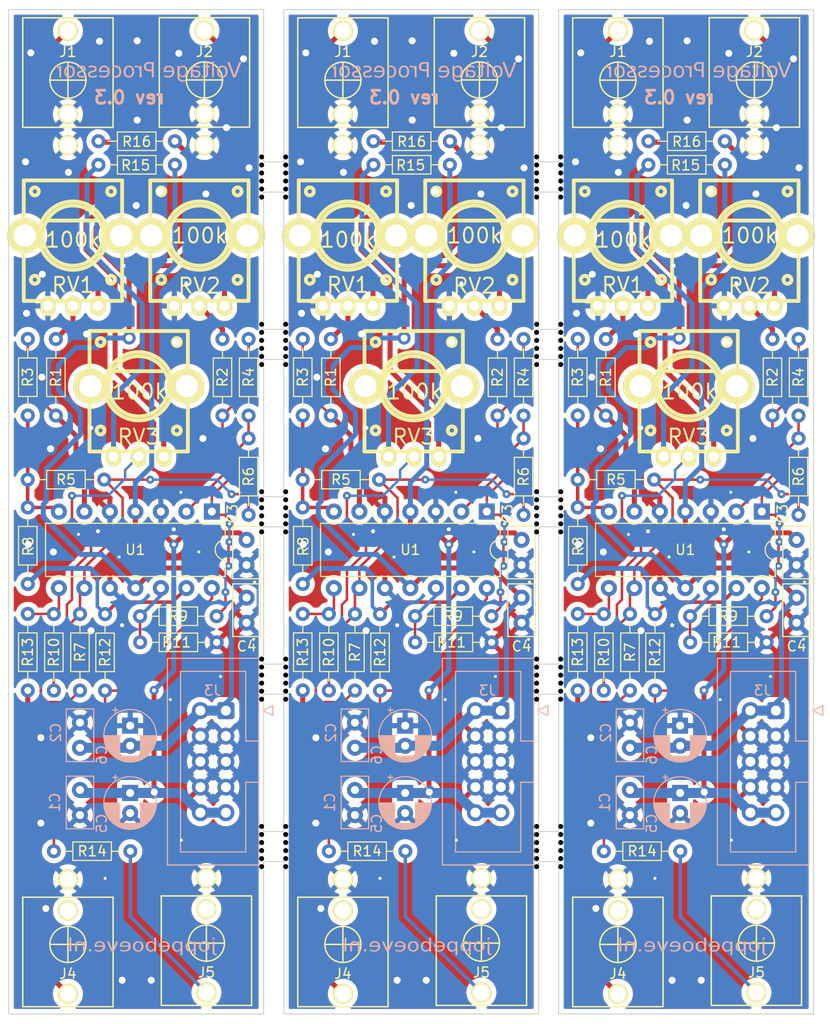
<source format=kicad_pcb>
(kicad_pcb (version 20240108) (generator "pcbnew") (generator_version "8.0")
  (title_block (title "Voltage Processor") (date "2024-08-06") (rev "0.2") (company "joppeboeve.nl"))
  (layers (0 "F.Cu" signal) (31 "B.Cu" signal) (34 "B.Paste" user) (35 "F.Paste" user) (36 "B.SilkS" user "B.Silkscreen") (37 "F.SilkS" user "F.Silkscreen") (38 "B.Mask" user) (39 "F.Mask" user) (44 "Edge.Cuts" user))
  (net 0 "")
  (net 1 "Board_0-+12V")
  (net 2 "Board_0--12V")
  (net 3 "Board_0-GND")
  (net 4 "Board_0-Net-(J1-Pad3)")
  (net 5 "Board_0-Net-(J2-Pad3)")
  (net 6 "Board_0-Net-(J4-Pad3)")
  (net 7 "Board_0-Net-(J5-Pad3)")
  (net 8 "Board_0-Net-(R1-Pad1)")
  (net 9 "Board_0-Net-(R10-Pad2)")
  (net 10 "Board_0-Net-(R12-Pad2)")
  (net 11 "Board_0-Net-(R15-Pad2)")
  (net 12 "Board_0-Net-(R16-Pad1)")
  (net 13 "Board_0-Net-(R2-Pad1)")
  (net 14 "Board_0-Net-(R3-Pad2)")
  (net 15 "Board_0-Net-(R4-Pad2)")
  (net 16 "Board_0-Net-(R7-Pad1)")
  (net 17 "Board_0-Net-(U1A--)")
  (net 18 "Board_0-Net-(U1B--)")
  (net 19 "Board_0-Net-(U1C--)")
  (net 20 "Board_0-Net-(U1D-+)")
  (net 21 "Board_0-Net-(U1D--)")
  (net 22 "Board_0-unconnected-(J4-Pad2)")
  (net 23 "Board_0-unconnected-(J5-Pad2)")
  (net 24 "Board_1-+12V")
  (net 25 "Board_1--12V")
  (net 26 "Board_1-GND")
  (net 27 "Board_1-Net-(J1-Pad3)")
  (net 28 "Board_1-Net-(J2-Pad3)")
  (net 29 "Board_1-Net-(J4-Pad3)")
  (net 30 "Board_1-Net-(J5-Pad3)")
  (net 31 "Board_1-Net-(R1-Pad1)")
  (net 32 "Board_1-Net-(R10-Pad2)")
  (net 33 "Board_1-Net-(R12-Pad2)")
  (net 34 "Board_1-Net-(R15-Pad2)")
  (net 35 "Board_1-Net-(R16-Pad1)")
  (net 36 "Board_1-Net-(R2-Pad1)")
  (net 37 "Board_1-Net-(R3-Pad2)")
  (net 38 "Board_1-Net-(R4-Pad2)")
  (net 39 "Board_1-Net-(R7-Pad1)")
  (net 40 "Board_1-Net-(U1A--)")
  (net 41 "Board_1-Net-(U1B--)")
  (net 42 "Board_1-Net-(U1C--)")
  (net 43 "Board_1-Net-(U1D-+)")
  (net 44 "Board_1-Net-(U1D--)")
  (net 45 "Board_1-unconnected-(J4-Pad2)")
  (net 46 "Board_1-unconnected-(J5-Pad2)")
  (net 47 "Board_2-+12V")
  (net 48 "Board_2--12V")
  (net 49 "Board_2-GND")
  (net 50 "Board_2-Net-(J1-Pad3)")
  (net 51 "Board_2-Net-(J2-Pad3)")
  (net 52 "Board_2-Net-(J4-Pad3)")
  (net 53 "Board_2-Net-(J5-Pad3)")
  (net 54 "Board_2-Net-(R1-Pad1)")
  (net 55 "Board_2-Net-(R10-Pad2)")
  (net 56 "Board_2-Net-(R12-Pad2)")
  (net 57 "Board_2-Net-(R15-Pad2)")
  (net 58 "Board_2-Net-(R16-Pad1)")
  (net 59 "Board_2-Net-(R2-Pad1)")
  (net 60 "Board_2-Net-(R3-Pad2)")
  (net 61 "Board_2-Net-(R4-Pad2)")
  (net 62 "Board_2-Net-(R7-Pad1)")
  (net 63 "Board_2-Net-(U1A--)")
  (net 64 "Board_2-Net-(U1B--)")
  (net 65 "Board_2-Net-(U1C--)")
  (net 66 "Board_2-Net-(U1D-+)")
  (net 67 "Board_2-Net-(U1D--)")
  (net 68 "Board_2-unconnected-(J4-Pad2)")
  (net 69 "Board_2-unconnected-(J5-Pad2)")
  (footprint "Resistor_THT:R_Axial_DIN0204_L3.6mm_D1.6mm_P7.62mm_Horizontal" (layer "F.Cu") (at 140.3 103.8)
    (property "Reference" "R14")
    (property "Value" "1k")
  )
  (footprint "Resistor_THT:R_Axial_DIN0204_L3.6mm_D1.6mm_P7.62mm_Horizontal" (layer "F.Cu") (at 184.5 52.8 -90)
    (property "Reference" "R2")
    (property "Value" "100k")
  )
  (footprint "NPTH" (layer "F.Cu") (at 163.4 35.466667)
    (property "Reference" "KiKit_MB_16_5" (hide yes))
    (property "Value" "NPTH" (hide yes))
  )
  (footprint "NPTH" (layer "F.Cu") (at 161 68.8)
    (property "Reference" "KiKit_MB_13_2" (hide yes))
    (property "Value" "NPTH" (hide yes))
  )
  (footprint "NPTH" (layer "F.Cu") (at 133.6 105.333333)
    (property "Reference" "KiKit_MB_5_6" (hide yes))
    (property "Value" "NPTH" (hide yes))
  )
  (footprint "Eurocad:PJ301M-12" (layer "F.Cu") (at 127.9 27)
    (property "Reference" "J2")
    (property "Value" "PJ301M-12")
  )
  (footprint "NPTH" (layer "F.Cu") (at 161 87.866666)
    (property "Reference" "KiKit_MB_14_5" (hide yes))
    (property "Value" "NPTH" (hide yes))
  )
  (footprint "NPTH" (layer "F.Cu") (at 163.4 54.533334)
    (property "Reference" "KiKit_MB_17_2" (hide yes))
    (property "Value" "NPTH" (hide yes))
  )
  (footprint "NPTH" (layer "F.Cu") (at 136 85.466666)
    (property "Reference" "KiKit_MB_9_5" (hide yes))
    (property "Value" "NPTH" (hide yes))
  )
  (footprint "NPTH" (layer "F.Cu") (at 136 84.666666)
    (property "Reference" "KiKit_MB_9_6" (hide yes))
    (property "Value" "NPTH" (hide yes))
  )
  (footprint "NPTH" (layer "F.Cu") (at 136 53.733334)
    (property "Reference" "KiKit_MB_7_3" (hide yes))
    (property "Value" "NPTH" (hide yes))
  )
  (footprint "Resistor_THT:R_Axial_DIN0204_L3.6mm_D1.6mm_P7.62mm_Horizontal" (layer "F.Cu") (at 172.14 33.1)
    (property "Reference" "R16")
    (property "Value" "10k")
  )
  (footprint "Eurocad:PJ301M-12" (layer "F.Cu") (at 182.9 112.9525 180)
    (property "Reference" "J5")
    (property "Value" "PJ301M-12")
  )
  (footprint "NPTH" (layer "F.Cu") (at 161 35.466667)
    (property "Reference" "KiKit_MB_11_2" (hide yes))
    (property "Value" "NPTH" (hide yes))
  )
  (footprint "NPTH" (layer "F.Cu") (at 136 86.266666)
    (property "Reference" "KiKit_MB_9_4" (hide yes))
    (property "Value" "NPTH" (hide yes))
  )
  (footprint "Eurocad:PJ301M-12" (layer "F.Cu") (at 128.1 112.9525 180)
    (property "Reference" "J5")
    (property "Value" "PJ301M-12")
  )
  (footprint "Resistor_THT:R_Axial_DIN0204_L3.6mm_D1.6mm_P7.62mm_Horizontal" (layer "F.Cu") (at 129.7 52.8 -90)
    (property "Reference" "R2")
    (property "Value" "100k")
  )
  (footprint "Capacitor_THT:C_Disc_D5.0mm_W2.5mm_P2.50mm" (layer "F.Cu") (at 159.5 81.05 90)
    (property "Reference" "C4")
    (property "Value" "0.1uF")
  )
  (footprint "Resistor_THT:R_Axial_DIN0204_L3.6mm_D1.6mm_P7.62mm_Horizontal" (layer "F.Cu") (at 165.1 80.17 -90)
    (property "Reference" "R13")
    (property "Value" "1k")
  )
  (footprint "Eurocad:PJ301M-12" (layer "F.Cu") (at 169.1 27.02)
    (property "Reference" "J1")
    (property "Value" "PJ301M-12")
  )
  (footprint "NPTH" (layer "F.Cu") (at 136 52.933334)
    (property "Reference" "KiKit_MB_7_4" (hide yes))
    (property "Value" "NPTH" (hide yes))
  )
  (footprint "NPTH" (layer "F.Cu") (at 133.6 88.666666)
    (property "Reference" "KiKit_MB_4_6" (hide yes))
    (property "Value" "NPTH" (hide yes))
  )
  (footprint "NPTH" (layer "F.Cu") (at 133.6 37.866667)
    (property "Reference" "KiKit_MB_1_5" (hide yes))
    (property "Value" "NPTH" (hide yes))
  )
  (footprint "NPTH" (layer "F.Cu") (at 136 37.066667)
    (property "Reference" "KiKit_MB_6_3" (hide yes))
    (property "Value" "NPTH" (hide yes))
  )
  (footprint "NPTH" (layer "F.Cu") (at 161 102.133333)
    (property "Reference" "KiKit_MB_15_2" (hide yes))
    (property "Value" "NPTH" (hide yes))
  )
  (footprint "NPTH" (layer "F.Cu") (at 133.6 102.933333)
    (property "Reference" "KiKit_MB_5_3" (hide yes))
    (property "Value" "NPTH" (hide yes))
  )
  (footprint "Resistor_THT:R_Axial_DIN0204_L3.6mm_D1.6mm_P7.62mm_Horizontal" (layer "F.Cu") (at 156.52 83 180)
    (property "Reference" "R11")
    (property "Value" "100k")
  )
  (footprint "Eurocad:PJ301M-12" (layer "F.Cu") (at 141.7 113.08 180)
    (property "Reference" "J4")
    (property "Value" "PJ301M-12")
  )
  (footprint "NPTH" (layer "F.Cu") (at 161 38.666667)
    (property "Reference" "KiKit_MB_11_6" (hide yes))
    (property "Value" "NPTH" (hide yes))
  )
  (footprint "NPTH" (layer "F.Cu") (at 136 36.266667)
    (property "Reference" "KiKit_MB_6_4" (hide yes))
    (property "Value" "NPTH" (hide yes))
  )
  (footprint "NPTH" (layer "F.Cu") (at 163.4 103.733333)
    (property "Reference" "KiKit_MB_20_3" (hide yes))
    (property "Value" "NPTH" (hide yes))
  )
  (footprint "NPTH" (layer "F.Cu") (at 136 102.133333)
    (property "Reference" "KiKit_MB_10_5" (hide yes))
    (property "Value" "NPTH" (hide yes))
  )
  (footprint "Resistor_THT:R_Axial_DIN0204_L3.6mm_D1.6mm_P7.62mm_Horizontal" (layer "F.Cu") (at 187.1 62.69 -90)
    (property "Reference" "R6")
    (property "Value" "100k")
  )
  (footprint "NPTH" (layer "F.Cu") (at 136 101.333333)
    (property "Reference" "KiKit_MB_10_6" (hide yes))
    (property "Value" "NPTH" (hide yes))
  )
  (footprint "Resistor_THT:R_Axial_DIN0204_L3.6mm_D1.6mm_P7.62mm_Horizontal" (layer "F.Cu") (at 118 80.19 -90)
    (property "Reference" "R12")
    (property "Value" "100k")
  )
  (footprint "Resistor_THT:R_Axial_DIN0204_L3.6mm_D1.6mm_P7.62mm_Horizontal" (layer "F.Cu") (at 140.3 87.8 90)
    (property "Reference" "R10")
    (property "Value" "100k")
  )
  (footprint "NPTH" (layer "F.Cu") (at 136 69.6)
    (property "Reference" "KiKit_MB_8_4" (hide yes))
    (property "Value" "NPTH" (hide yes))
  )
  (footprint "Resistor_THT:R_Axial_DIN0204_L3.6mm_D1.6mm_P7.62mm_Horizontal" (layer "F.Cu") (at 170.3 87.8 90)
    (property "Reference" "R7")
    (property "Value" "100k")
  )
  (footprint "Eurocad:PJ301M-12" (layer "F.Cu") (at 114.3 27.02)
    (property "Reference" "J1")
    (property "Value" "PJ301M-12")
  )
  (footprint "Resistor_THT:R_Axial_DIN0204_L3.6mm_D1.6mm_P7.62mm_Horizontal" (layer "F.Cu") (at 129.11 80.4 180)
    (property "Reference" "R9")
    (property "Value" "100k")
  )
  (footprint "NPTH" (layer "F.Cu") (at 133.6 102.133333)
    (property "Reference" "KiKit_MB_5_2" (hide yes))
    (property "Value" "NPTH" (hide yes))
  )
  (footprint "NPTH" (layer "F.Cu") (at 163.4 101.333333)
    (property "Reference" "KiKit_MB_20_6" (hide yes))
    (property "Value" "NPTH" (hide yes))
  )
  (footprint "NPTH" (layer "F.Cu") (at 161 105.333333)
    (property "Reference" "KiKit_MB_15_6" (hide yes))
    (property "Value" "NPTH" (hide yes))
  )
  (footprint "libararies:trimmer_alps-rk09k1130ah1" (layer "F.Cu") (at 121.35 57.5)
    (property "Reference" "RV3")
    (property "Value" "100k")
  )
  (footprint "NPTH" (layer "F.Cu") (at 163.4 86.266666)
    (property "Reference" "KiKit_MB_19_4" (hide yes))
    (property "Value" "NPTH" (hide yes))
  )
  (footprint "NPTH" (layer "F.Cu") (at 161 71.2)
    (property "Reference" "KiKit_MB_13_5" (hide yes))
    (property "Value" "NPTH" (hide yes))
  )
  (footprint "Resistor_THT:R_Axial_DIN0204_L3.6mm_D1.6mm_P7.62mm_Horizontal" (layer "F.Cu") (at 142.9 87.8 90)
    (property "Reference" "R7")
    (property "Value" "100k")
  )
  (footprint "NPTH" (layer "F.Cu") (at 163.4 87.066666)
    (property "Reference" "KiKit_MB_19_3" (hide yes))
    (property "Value" "NPTH" (hide yes))
  )
  (footprint "Resistor_THT:R_Axial_DIN0204_L3.6mm_D1.6mm_P7.62mm_Horizontal" (layer "F.Cu") (at 167.7 87.8 90)
    (property "Reference" "R10")
    (property "Value" "100k")
  )
  (footprint "Resistor_THT:R_Axial_DIN0204_L3.6mm_D1.6mm_P7.62mm_Horizontal" (layer "F.Cu") (at 137.7 69.57 -90)
    (property "Reference" "R8")
    (property "Value" "100k")
  )
  (footprint "Resistor_THT:R_Axial_DIN0204_L3.6mm_D1.6mm_P7.62mm_Horizontal" (layer "F.Cu") (at 159.7 62.69 -90)
    (property "Reference" "R6")
    (property "Value" "100k")
  )
  (footprint "Resistor_THT:R_Axial_DIN0204_L3.6mm_D1.6mm_P7.62mm_Horizontal" (layer "F.Cu") (at 152.36 35.45 180)
    (property "Reference" "R15")
    (property "Value" "10k")
  )
  (footprint "NPTH" (layer "F.Cu") (at 161 53.733334)
    (property "Reference" "KiKit_MB_12_4" (hide yes))
    (property "Value" "NPTH" (hide yes))
  )
  (footprint "NPTH" (layer "F.Cu") (at 133.6 71.2)
    (property "Reference" "KiKit_MB_3_5" (hide yes))
    (property "Value" "NPTH" (hide yes))
  )
  (footprint "NPTH" (layer "F.Cu") (at 163.4 72)
    (property "Reference" "KiKit_MB_18_1" (hide yes))
    (property "Value" "NPTH" (hide yes))
  )
  (footprint "NPTH" (layer "F.Cu") (at 136 68.8)
    (property "Reference" "KiKit_MB_8_5" (hide yes))
    (property "Value" "NPTH" (hide yes))
  )
  (footprint "Package_DIP:DIP-14_W7.62mm" (layer "F.Cu") (at 156.04 69.98 -90)
    (property "Reference" "U1")
    (property "Value" "TL074")
  )
  (footprint "NPTH" (layer "F.Cu") (at 136 72)
    (property "Reference" "KiKit_MB_8_1" (hide yes))
    (property "Value" "NPTH" (hide yes))
  )
  (footprint "libararies:trimmer_alps-rk09k1130ah1" (layer "F.Cu") (at 182.2 42.5)
    (property "Reference" "RV2")
    (property "Value" "100k")
  )
  (footprint "NPTH" (layer "F.Cu") (at 133.6 72)
    (property "Reference" "KiKit_MB_3_6" (hide yes))
    (property "Value" "NPTH" (hide yes))
  )
  (footprint "NPTH" (layer "F.Cu") (at 163.4 71.2)
    (property "Reference" "KiKit_MB_18_2" (hide yes))
    (property "Value" "NPTH" (hide yes))
  )
  (footprint "NPTH" (layer "F.Cu") (at 136 87.066666)
    (property "Reference" "KiKit_MB_9_3" (hide yes))
    (property "Value" "NPTH" (hide yes))
  )
  (footprint "Eurocad:PJ301M-12" (layer "F.Cu") (at 182.7 27)
    (property "Reference" "J2")
    (property "Value" "PJ301M-12")
  )
  (footprint "Resistor_THT:R_Axial_DIN0204_L3.6mm_D1.6mm_P7.62mm_Horizontal" (layer "F.Cu") (at 117.34 33.1)
    (property "Reference" "R16")
    (property "Value" "10k")
  )
  (footprint "NPTH" (layer "F.Cu") (at 161 51.333334)
    (property "Reference" "KiKit_MB_12_1" (hide yes))
    (property "Value" "NPTH" (hide yes))
  )
  (footprint "Resistor_THT:R_Axial_DIN0204_L3.6mm_D1.6mm_P7.62mm_Horizontal" (layer "F.Cu") (at 115.5 87.8 90)
    (property "Reference" "R7")
    (property "Value" "100k")
  )
  (footprint "Resistor_THT:R_Axial_DIN0204_L3.6mm_D1.6mm_P7.62mm_Horizontal" (layer "F.Cu") (at 144.74 33.1)
    (property "Reference" "R16")
    (property "Value" "10k")
  )
  (footprint "NPTH" (layer "F.Cu") (at 163.4 102.133333)
    (property "Reference" "KiKit_MB_20_5" (hide yes))
    (property "Value" "NPTH" (hide yes))
  )
  (footprint "NPTH" (layer "F.Cu") (at 133.6 69.6)
    (property "Reference" "KiKit_MB_3_3" (hide yes))
    (property "Value" "NPTH" (hide yes))
  )
  (footprint "Resistor_THT:R_Axial_DIN0204_L3.6mm_D1.6mm_P7.62mm_Horizontal" (layer "F.Cu") (at 187.1 52.8 -90)
    (property "Reference" "R4")
    (property "Value" "100k")
  )
  (footprint "Resistor_THT:R_Axial_DIN0204_L3.6mm_D1.6mm_P7.62mm_Horizontal" (layer "F.Cu") (at 157.1 52.8 -90)
    (property "Reference" "R2")
    (property "Value" "100k")
  )
  (footprint "NPTH" (layer "F.Cu") (at 163.4 37.066667)
    (property "Reference" "KiKit_MB_16_3" (hide yes))
    (property "Value" "NPTH" (hide yes))
  )
  (footprint "NPTH" (layer "F.Cu") (at 163.4 51.333334)
    (property "Reference" "KiKit_MB_17_6" (hide yes))
    (property "Value" "NPTH" (hide yes))
  )
  (footprint "NPTH" (layer "F.Cu") (at 133.6 103.733333)
    (property "Reference" "KiKit_MB_5_4" (hide yes))
    (property "Value" "NPTH" (hide yes))
  )
  (footprint "NPTH" (layer "F.Cu") (at 163.4 85.466666)
    (property "Reference" "KiKit_MB_19_5" (hide yes))
    (property "Value" "NPTH" (hide yes))
  )
  (footprint "Resistor_THT:R_Axial_DIN0204_L3.6mm_D1.6mm_P7.62mm_Horizontal" (layer "F.Cu") (at 132.3 62.69 -90)
    (property "Reference" "R6")
    (property "Value" "100k")
  )
  (footprint "Resistor_THT:R_Axial_DIN0204_L3.6mm_D1.6mm_P7.62mm_Horizontal" (layer "F.Cu") (at 156.51 80.4 180)
    (property "Reference" "R9")
    (property "Value" "100k")
  )
  (footprint "NPTH" (layer "F.Cu") (at 161 68)
    (property "Reference" "KiKit_MB_13_1" (hide yes))
    (property "Value" "NPTH" (hide yes))
  )
  (footprint "NPTH" (layer "F.Cu") (at 163.4 104.533333)
    (property "Reference" "KiKit_MB_20_2" (hide yes))
    (property "Value" "NPTH" (hide yes))
  )
  (footprint "Resistor_THT:R_Axial_DIN0204_L3.6mm_D1.6mm_P7.62mm_Horizontal" (layer "F.Cu") (at 124.96 35.45 180)
    (property "Reference" "R15")
    (property "Value" "10k")
  )
  (footprint "NPTH" (layer "F.Cu") (at 163.4 69.6)
    (property "Reference" "KiKit_MB_18_4" (hide yes))
    (property "Value" "NPTH" (hide yes))
  )
  (footprint "NPTH" (layer "F.Cu") (at 161 52.133334)
    (property "Reference" "KiKit_MB_12_2" (hide yes))
    (property "Value" "NPTH" (hide yes))
  )
  (footprint "NPTH" (layer "F.Cu") (at 136 38.666667)
    (property "Reference" "KiKit_MB_6_1" (hide yes))
    (property "Value" "NPTH" (hide yes))
  )
  (footprint "Resistor_THT:R_Axial_DIN0204_L3.6mm_D1.6mm_P7.62mm_Horizontal" (layer "F.Cu") (at 137.69 66.8)
    (property "Reference" "R5")
    (property "Value" "100k")
  )
  (footprint "Resistor_THT:R_Axial_DIN0204_L3.6mm_D1.6mm_P7.62mm_Horizontal" (layer "F.Cu") (at 110.29 66.8)
    (property "Reference" "R5")
    (property "Value" "100k")
  )
  (footprint "Resistor_THT:R_Axial_DIN0204_L3.6mm_D1.6mm_P7.62mm_Horizontal" (layer "F.Cu") (at 110.3 69.57 -90)
    (property "Reference" "R8")
    (property "Value" "100k")
  )
  (footprint "Resistor_THT:R_Axial_DIN0204_L3.6mm_D1.6mm_P7.62mm_Horizontal" (layer "F.Cu") (at 129.12 83 180)
    (property "Reference" "R11")
    (property "Value" "100k")
  )
  (footprint "NPTH" (layer "F.Cu") (at 133.6 54.533334)
    (property "Reference" "KiKit_MB_2_5" (hide yes))
    (property "Value" "NPTH" (hide yes))
  )
  (footprint "NPTH" (layer "F.Cu") (at 161 37.066667)
    (property "Reference" "KiKit_MB_11_4" (hide yes))
    (property "Value" "NPTH" (hide yes))
  )
  (footprint "NPTH" (layer "F.Cu") (at 163.4 68)
    (property "Reference" "KiKit_MB_18_6" (hide yes))
    (property "Value" "NPTH" (hide yes))
  )
  (footprint "libararies:trimmer_alps-rk09k1130ah1" (layer "F.Cu") (at 176.15 57.5)
    (property "Reference" "RV3")
    (property "Value" "100k")
  )
  (footprint "NPTH" (layer "F.Cu") (at 136 54.533334)
    (property "Reference" "KiKit_MB_7_2" (hide yes))
    (property "Value" "NPTH" (hide yes))
  )
  (footprint "NPTH" (layer "F.Cu") (at 161 37.866667)
    (property "Reference" "KiKit_MB_11_5" (hide yes))
    (property "Value" "NPTH" (hide yes))
  )
  (footprint "Eurocad:PJ301M-12" (layer "F.Cu") (at 141.7 27.02)
    (property "Reference" "J1")
    (property "Value" "PJ301M-12")
  )
  (footprint "NPTH" (layer "F.Cu") (at 163.4 37.866667)
    (property "Reference" "KiKit_MB_16_2" (hide yes))
    (property "Value" "NPTH" (hide yes))
  )
  (footprint "NPTH" (layer "F.Cu") (at 163.4 34.666667)
    (property "Reference" "KiKit_MB_16_6" (hide yes))
    (property "Value" "NPTH" (hide yes))
  )
  (footprint "Resistor_THT:R_Axial_DIN0204_L3.6mm_D1.6mm_P7.62mm_Horizontal" (layer "F.Cu") (at 165.1 52.79 -90)
    (property "Reference" "R3")
    (property "Value" "100k")
  )
  (footprint "NPTH" (layer "F.Cu") (at 163.4 38.666667)
    (property "Reference" "KiKit_MB_16_1" (hide yes))
    (property "Value" "NPTH" (hide yes))
  )
  (footprint "Capacitor_THT:C_Disc_D5.0mm_W2.5mm_P2.50mm" (layer "F.Cu") (at 132.1 81.05 90)
    (property "Reference" "C4")
    (property "Value" "0.1uF")
  )
  (footprint "NPTH" (layer "F.Cu") (at 136 37.866667)
    (property "Reference" "KiKit_MB_6_2" (hide yes))
    (property "Value" "NPTH" (hide yes))
  )
  (footprint "NPTH" (layer "F.Cu") (at 133.6 87.066666)
    (property "Reference" "KiKit_MB_4_4" (hide yes))
    (property "Value" "NPTH" (hide yes))
  )
  (footprint "NPTH" (layer "F.Cu") (at 133.6 35.466667)
    (property "Reference" "KiKit_MB_1_2" (hide yes))
    (property "Value" "NPTH" (hide yes))
  )
  (footprint "NPTH" (layer "F.Cu") (at 163.4 84.666666)
    (property "Reference" "KiKit_MB_19_6" (hide yes))
    (property "Value" "NPTH" (hide yes))
  )
  (footprint "NPTH" (layer "F.Cu") (at 136 71.2)
    (property "Reference" "KiKit_MB_8_2" (hide yes))
    (property "Value" "NPTH" (hide yes))
  )
  (footprint "NPTH" (layer "F.Cu") (at 136 35.466667)
    (property "Reference" "KiKit_MB_6_5" (hide yes))
    (property "Value" "NPTH" (hide yes))
  )
  (footprint "NPTH" (layer "F.Cu") (at 161 102.933333)
    (property "Reference" "KiKit_MB_15_3" (hide yes))
    (property "Value" "NPTH" (hide yes))
  )
  (footprint "NPTH" (layer "F.Cu") (at 136 104.533333)
    (property "Reference" "KiKit_MB_10_2" (hide yes))
    (property "Value" "NPTH" (hide yes))
  )
  (footprint "NPTH" (layer "F.Cu") (at 161 52.933334)
    (property "Reference" "KiKit_MB_12_3" (hide yes))
    (property "Value" "NPTH" (hide yes))
  )
  (footprint "NPTH" (layer "F.Cu") (at 133.6 52.133334)
    (property "Reference" "KiKit_MB_2_2" (hide yes))
    (property "Value" "NPTH" (hide yes))
  )
  (footprint "Capacitor_THT:C_Disc_D5.0mm_W2.5mm_P2.50mm" (layer "F.Cu") (at 159.5 72.8 -90)
    (property "Reference" "C3")
    (property "Value" "0.1uF")
  )
  (footprint "libararies:trimmer_alps-rk09k1130ah1" (layer "F.Cu") (at 114.8 42.5)
    (property "Reference" "RV1")
    (property "Value" "100k")
  )
  (footprint "Resistor_THT:R_Axial_DIN0204_L3.6mm_D1.6mm_P7.62mm_Horizontal" (layer "F.Cu") (at 113.1 52.8 -90)
    (property "Reference" "R1")
    (property "Value" "100k")
  )
  (footprint "NPTH" (layer "F.Cu") (at 133.6 70.4)
    (property "Reference" "KiKit_MB_3_4" (hide yes))
    (property "Value" "NPTH" (hide yes))
  )
  (footprint "NPTH" (layer "F.Cu") (at 133.6 85.466666)
    (property "Reference" "KiKit_MB_4_2" (hide yes))
    (property "Value" "NPTH" (hide yes))
  )
  (footprint "NPTH" (layer "F.Cu") (at 133.6 55.333334)
    (property "Reference" "KiKit_MB_2_6" (hide yes))
    (property "Value" "NPTH" (hide yes))
  )
  (footprint "NPTH" (layer "F.Cu") (at 161 103.733333)
    (property "Reference" "KiKit_MB_15_4" (hide yes))
    (property "Value" "NPTH" (hide yes))
  )
  (footprint "NPTH" (layer "F.Cu") (at 163.4 68.8)
    (property "Reference" "KiKit_MB_18_5" (hide yes))
    (property "Value" "NPTH" (hide yes))
  )
  (footprint "NPTH" (layer "F.Cu") (at 133.6 87.866666)
    (property "Reference" "KiKit_MB_4_5" (hide yes))
    (property "Value" "NPTH" (hide yes))
  )
  (footprint "NPTH" (layer "F.Cu") (at 163.4 102.933333)
    (property "Reference" "KiKit_MB_20_4" (hide yes))
    (property "Value" "NPTH" (hide yes))
  )
  (footprint "NPTH" (layer "F.Cu") (at 161 54.533334)
    (property "Reference" "KiKit_MB_12_5" (hide yes))
    (property "Value" "NPTH" (hide yes))
  )
  (footprint "Resistor_THT:R_Axial_DIN0204_L3.6mm_D1.6mm_P7.62mm_Horizontal" (layer "F.Cu") (at 132.3 52.8 -90)
    (property "Reference" "R4")
    (property "Value" "100k")
  )
  (footprint "NPTH" (layer "F.Cu") (at 163.4 36.266667)
    (property "Reference" "KiKit_MB_16_4" (hide yes))
    (property "Value" "NPTH" (hide yes))
  )
  (footprint "NPTH" (layer "F.Cu") (at 161 36.266667)
    (property "Reference" "KiKit_MB_11_3" (hide yes))
    (property "Value" "NPTH" (hide yes))
  )
  (footprint "NPTH" (layer "F.Cu") (at 161 72)
    (property "Reference" "KiKit_MB_13_6" (hide yes))
    (property "Value" "NPTH" (hide yes))
  )
  (footprint "Resistor_THT:R_Axial_DIN0204_L3.6mm_D1.6mm_P7.62mm_Horizontal" (layer "F.Cu") (at 112.9 87.8 90)
    (property "Reference" "R10")
    (property "Value" "100k")
  )
  (footprint "Resistor_THT:R_Axial_DIN0204_L3.6mm_D1.6mm_P7.62mm_Horizontal" (layer "F.Cu") (at 183.92 83 180)
    (property "Reference" "R11")
    (property "Value" "100k")
  )
  (footprint "NPTH" (layer "F.Cu") (at 133.6 68.8)
    (property "Reference" "KiKit_MB_3_2" (hide yes))
    (property "Value" "NPTH" (hide yes))
  )
  (footprint "Capacitor_THT:C_Disc_D5.0mm_W2.5mm_P2.50mm" (layer "F.Cu") (at 186.9 81.05 90)
    (property "Reference" "C4")
    (property "Value" "0.1uF")
  )
  (footprint "NPTH" (layer "F.Cu") (at 136 88.666666)
    (property "Reference" "KiKit_MB_9_1" (hide yes))
    (property "Value" "NPTH" (hide yes))
  )
  (footprint "libararies:trimmer_alps-rk09k1130ah1" (layer "F.Cu") (at 169.6 42.5)
    (property "Reference" "RV1")
    (property "Value" "100k")
  )
  (footprint "NPTH" (layer "F.Cu") (at 136 34.666667)
    (property "Reference" "KiKit_MB_6_6" (hide yes))
    (property "Value" "NPTH" (hide yes))
  )
  (footprint "NPTH" (layer "F.Cu") (at 161 88.666666)
    (property "Reference" "KiKit_MB_14_6" (hide yes))
    (property "Value" "NPTH" (hide yes))
  )
  (footprint "Resistor_THT:R_Axial_DIN0204_L3.6mm_D1.6mm_P7.62mm_Horizontal" (layer "F.Cu") (at 165.09 66.8)
    (property "Reference" "R5")
    (property "Value" "100k")
  )
  (footprint "NPTH" (layer "F.Cu") (at 133.6 34.666667)
    (property "Reference" "KiKit_MB_1_1" (hide yes))
    (property "Value" "NPTH" (hide yes))
  )
  (footprint "NPTH" (layer "F.Cu") (at 133.6 52.933334)
    (property "Reference" "KiKit_MB_2_3" (hide yes))
    (property "Value" "NPTH" (hide yes))
  )
  (footprint "NPTH" (layer "F.Cu") (at 161 70.4)
    (property "Reference" "KiKit_MB_13_4" (hide yes))
    (property "Value" "NPTH" (hide yes))
  )
  (footprint "NPTH" (layer "F.Cu") (at 163.4 53.733334)
    (property "Reference" "KiKit_MB_17_3" (hide yes))
    (property "Value" "NPTH" (hide yes))
  )
  (footprint "Package_DIP:DIP-14_W7.62mm" (layer "F.Cu") (at 128.64 69.98 -90)
    (property "Reference" "U1")
    (property "Value" "TL074")
  )
  (footprint "NPTH" (layer "F.Cu") (at 133.6 86.266666)
    (property "Reference" "KiKit_MB_4_3" (hide yes))
    (property "Value" "NPTH" (hide yes))
  )
  (footprint "NPTH" (layer "F.Cu") (at 161 101.333333)
    (property "Reference" "KiKit_MB_15_1" (hide yes))
    (property "Value" "NPTH" (hide yes))
  )
  (footprint "NPTH" (layer "F.Cu") (at 161 87.066666)
    (property "Reference" "KiKit_MB_14_4" (hide yes))
    (property "Value" "NPTH" (hide yes))
  )
  (footprint "NPTH" (layer "F.Cu") (at 136 103.733333)
    (property "Reference" "KiKit_MB_10_3" (hide yes))
    (property "Value" "NPTH" (hide yes))
  )
  (footprint "Resistor_THT:R_Axial_DIN0204_L3.6mm_D1.6mm_P7.62mm_Horizontal" (layer "F.Cu") (at 172.8 80.19 -90)
    (property "Reference" "R12")
    (property "Value" "100k")
  )
  (footprint "Resistor_THT:R_Axial_DIN0204_L3.6mm_D1.6mm_P7.62mm_Horizontal" (layer "F.Cu") (at 112.9 103.8)
    (property "Reference" "R14")
    (property "Value" "1k")
  )
  (footprint "Resistor_THT:R_Axial_DIN0204_L3.6mm_D1.6mm_P7.62mm_Horizontal" (layer "F.Cu") (at 165.1 69.57 -90)
    (property "Reference" "R8")
    (property "Value" "100k")
  )
  (footprint "NPTH" (layer "F.Cu") (at 136 52.133334)
    (property "Reference" "KiKit_MB_7_5" (hide yes))
    (property "Value" "NPTH" (hide yes))
  )
  (footprint "Eurocad:PJ301M-12" (layer "F.Cu") (at 155.5 112.9525 180)
    (property "Reference" "J5")
    (property "Value" "PJ301M-12")
  )
  (footprint "Resistor_THT:R_Axial_DIN0204_L3.6mm_D1.6mm_P7.62mm_Horizontal" (layer "F.Cu") (at 159.7 52.8 -90)
    (property "Reference" "R4")
    (property "Value" "100k")
  )
  (footprint "NPTH" (layer "F.Cu") (at 136 68)
    (property "Reference" "KiKit_MB_8_6" (hide yes))
    (property "Value" "NPTH" (hide yes))
  )
  (footprint "Package_DIP:DIP-14_W7.62mm" (layer "F.Cu") (at 183.44 69.98 -90)
    (property "Reference" "U1")
    (property "Value" "TL074")
  )
  (footprint "NPTH" (layer "F.Cu") (at 163.4 70.4)
    (property "Reference" "KiKit_MB_18_3" (hide yes))
    (property "Value" "NPTH" (hide yes))
  )
  (footprint "Resistor_THT:R_Axial_DIN0204_L3.6mm_D1.6mm_P7.62mm_Horizontal" (layer "F.Cu") (at 167.7 103.8)
    (property "Reference" "R14")
    (property "Value" "1k")
  )
  (footprint "NPTH" (layer "F.Cu") (at 161 69.6)
    (property "Reference" "KiKit_MB_13_3" (hide yes))
    (property "Value" "NPTH" (hide yes))
  )
  (footprint "Resistor_THT:R_Axial_DIN0204_L3.6mm_D1.6mm_P7.62mm_Horizontal" (layer "F.Cu") (at 137.7 52.79 -90)
    (property "Reference" "R3")
    (property "Value" "100k")
  )
  (footprint "Resistor_THT:R_Axial_DIN0204_L3.6mm_D1.6mm_P7.62mm_Horizontal" (layer "F.Cu") (at 179.76 35.45 180)
    (property "Reference" "R15")
    (property "Value" "10k")
  )
  (footprint "NPTH" (layer "F.Cu") (at 133.6 53.733334)
    (property "Reference" "KiKit_MB_2_4" (hide yes))
    (property "Value" "NPTH" (hide yes))
  )
  (footprint "NPTH" (layer "F.Cu") (at 161 86.266666)
    (property "Reference" "KiKit_MB_14_3" (hide yes))
    (property "Value" "NPTH" (hide yes))
  )
  (footprint "NPTH" (layer "F.Cu") (at 136 51.333334)
    (property "Reference" "KiKit_MB_7_6" (hide yes))
    (property "Value" "NPTH" (hide yes))
  )
  (footprint "Resistor_THT:R_Axial_DIN0204_L3.6mm_D1.6mm_P7.62mm_Horizontal" (layer "F.Cu") (at 110.3 80.17 -90)
    (property "Reference" "R13")
    (property "Value" "1k")
  )
  (footprint "Eurocad:PJ301M-12" (layer "F.Cu") (at 169.1 113.08 180)
    (property "Reference" "J4")
    (property "Value" "PJ301M-12")
  )
  (footprint "NPTH" (layer "F.Cu") (at 136 87.866666)
    (property "Reference" "KiKit_MB_9_2" (hide yes))
    (property "Value" "NPTH" (hide yes))
  )
  (footprint "Capacitor_THT:C_Disc_D5.0mm_W2.5mm_P2.50mm" (layer "F.Cu") (at 132.1 72.8 -90)
    (property "Reference" "C3")
    (property "Value" "0.1uF")
  )
  (footprint "Eurocad:PJ301M-12" (layer "F.Cu") (at 155.3 27)
    (property "Reference" "J2")
    (property "Value" "PJ301M-12")
  )
  (footprint "NPTH" (layer "F.Cu") (at 136 102.933333)
    (property "Reference" "KiKit_MB_10_4" (hide yes))
    (property "Value" "NPTH" (hide yes))
  )
  (footprint "libararies:trimmer_alps-rk09k1130ah1" (layer "F.Cu") (at 148.75 57.5)
    (property "Reference" "RV3")
    (property "Value" "100k")
  )
  (footprint "Resistor_THT:R_Axial_DIN0204_L3.6mm_D1.6mm_P7.62mm_Horizontal" (layer "F.Cu") (at 183.91 80.4 180)
    (property "Reference" "R9")
    (property "Value" "100k")
  )
  (footprint "NPTH" (layer "F.Cu") (at 163.4 55.333334)
    (property "Reference" "KiKit_MB_17_1" (hide yes))
    (property "Value" "NPTH" (hide yes))
  )
  (footprint "NPTH" (layer "F.Cu") (at 161 34.666667)
    (property "Reference" "KiKit_MB_11_1" (hide yes))
    (property "Value" "NPTH" (hide yes))
  )
  (footprint "NPTH" (layer "F.Cu") (at 133.6 36.266667)
    (property "Reference" "KiKit_MB_1_3" (hide yes))
    (property "Value" "NPTH" (hide yes))
  )
  (footprint "libararies:trimmer_alps-rk09k1130ah1" (layer "F.Cu") (at 127.4 42.5)
    (property "Reference" "RV2")
    (property "Value" "100k")
  )
  (footprint "NPTH" (layer "F.Cu") (at 133.6 37.066667)
    (property "Reference" "KiKit_MB_1_4" (hide yes))
    (property "Value" "NPTH" (hide yes))
  )
  (footprint "Resistor_THT:R_Axial_DIN0204_L3.6mm_D1.6mm_P7.62mm_Horizontal" (layer "F.Cu") (at 167.9 52.8 -90)
    (property "Reference" "R1")
    (property "Value" "100k")
  )
  (footprint "Resistor_THT:R_Axial_DIN0204_L3.6mm_D1.6mm_P7.62mm_Horizontal" (layer "F.Cu") (at 137.7 80.17 -90)
    (property "Reference" "R13")
    (property "Value" "1k")
  )
  (footprint "NPTH" (layer "F.Cu") (at 161 104.533333)
    (property "Reference" "KiKit_MB_15_5" (hide yes))
    (property "Value" "NPTH" (hide yes))
  )
  (footprint "NPTH" (layer "F.Cu") (at 163.4 87.866666)
    (property "Reference" "KiKit_MB_19_2" (hide yes))
    (property "Value" "NPTH" (hide yes))
  )
  (footprint "NPTH" (layer "F.Cu") (at 163.4 52.133334)
    (property "Reference" "KiKit_MB_17_5" (hide yes))
    (property "Value" "NPTH" (hide yes))
  )
  (footprint "NPTH" (layer "F.Cu") (at 133.6 101.333333)
    (property "Reference" "KiKit_MB_5_1" (hide yes))
    (property "Value" "NPTH" (hide yes))
  )
  (footprint "NPTH" (layer "F.Cu") (at 161 85.466666)
    (property "Reference" "KiKit_MB_14_2" (hide yes))
    (property "Value" "NPTH" (hide yes))
  )
  (footprint "Resistor_THT:R_Axial_DIN0204_L3.6mm_D1.6mm_P7.62mm_Horizontal" (layer "F.Cu") (at 140.5 52.8 -90)
    (property "Reference" "R1")
    (property "Value" "100k")
  )
  (footprint "Capacitor_THT:C_Disc_D5.0mm_W2.5mm_P2.50mm" (layer "F.Cu") (at 186.9 72.8 -90)
    (property "Reference" "C3")
    (property "Value" "0.1uF")
  )
  (footprint "NPTH" (layer "F.Cu") (at 161 84.666666)
    (property "Reference" "KiKit_MB_14_1" (hide yes))
    (property "Value" "NPTH" (hide yes))
  )
  (footprint "NPTH" (layer "F.Cu") (at 163.4 88.666666)
    (property "Reference" "KiKit_MB_19_1" (hide yes))
    (property "Value" "NPTH" (hide yes))
  )
  (footprint "Resistor_THT:R_Axial_DIN0204_L3.6mm_D1.6mm_P7.62mm_Horizontal" (layer "F.Cu") (at 110.3 52.79 -90)
    (property "Reference" "R3")
    (property "Value" "100k")
  )
  (footprint "NPTH" (layer "F.Cu") (at 136 105.333333)
    (property "Reference" "KiKit_MB_10_1" (hide yes))
    (property "Value" "NPTH" (hide yes))
  )
  (footprint "NPTH" (layer "F.Cu") (at 161 55.333334)
    (property "Reference" "KiKit_MB_12_6" (hide yes))
    (property "Value" "NPTH" (hide yes))
  )
  (footprint "NPTH" (layer "F.Cu") (at 133.6 84.666666)
    (property "Reference" "KiKit_MB_4_1" (hide yes))
    (property "Value" "NPTH" (hide yes))
  )
  (footprint "NPTH" (layer "F.Cu") (at 133.6 38.666667)
    (property "Reference" "KiKit_MB_1_6" (hide yes))
    (property "Value" "NPTH" (hide yes))
  )
  (footprint "NPTH" (layer "F.Cu") (at 133.6 68)
    (property "Reference" "KiKit_MB_3_1" (hide yes))
    (property "Value" "NPTH" (hide yes))
  )
  (footprint "NPTH" (layer "F.Cu") (at 163.4 105.333333)
    (property "Reference" "KiKit_MB_20_1" (hide yes))
    (property "Value" "NPTH" (hide yes))
  )
  (footprint "NPTH" (layer "F.Cu") (at 133.6 104.533333)
    (property "Reference" "KiKit_MB_5_5" (hide yes))
    (property "Value" "NPTH" (hide yes))
  )
  (footprint "NPTH" (layer "F.Cu") (at 163.4 52.933334)
    (property "Reference" "KiKit_MB_17_4" (hide yes))
    (property "Value" "NPTH" (hide yes))
  )
  (footprint "libararies:trimmer_alps-rk09k1130ah1" (layer "F.Cu") (at 154.8 42.5)
    (property "Reference" "RV2")
    (property "Value" "100k")
  )
  (footprint "NPTH" (layer "F.Cu") (at 136 55.333334)
    (property "Reference" "KiKit_MB_7_1" (hide yes))
    (property "Value" "NPTH" (hide yes))
  )
  (footprint "NPTH" (layer "F.Cu") (at 133.6 51.333334)
    (property "Reference" "KiKit_MB_2_1" (hide yes))
    (property "Value" "NPTH" (hide yes))
  )
  (footprint "Eurocad:PJ301M-12" (layer "F.Cu") (at 114.3 113.08 180)
    (property "Reference" "J4")
    (property "Value" "PJ301M-12")
  )
  (footprint "NPTH" (layer "F.Cu") (at 136 70.4)
    (property "Reference" "KiKit_MB_8_3" (hide yes))
    (property "Value" "NPTH" (hide yes))
  )
  (footprint "libararies:trimmer_alps-rk09k1130ah1" (layer "F.Cu") (at 142.2 42.5)
    (property "Reference" "RV1")
    (property "Value" "100k")
  )
  (footprint "Resistor_THT:R_Axial_DIN0204_L3.6mm_D1.6mm_P7.62mm_Horizontal" (layer "F.Cu") (at 145.4 80.19 -90)
    (property "Reference" "R12")
    (property "Value" "100k")
  )
  (footprint "Capacitor_THT:CP_Radial_D5.0mm_P2.00mm" (layer "B.Cu") (at 120.5 98 -90)
    (property "Reference" "C5")
    (property "Value" "47uF")
  )
  (footprint "Capacitor_THT:C_Disc_D5.0mm_W2.5mm_P2.50mm" (layer "B.Cu") (at 142.9 97.7 -90)
    (property "Reference" "C1")
    (property "Value" "0.1uF")
  )
  (footprint "Connector_IDC:IDC-Header_2x05_P2.54mm_Vertical" (layer "B.Cu") (at 157.44 89.8 180)
    (property "Reference" "J3")
    (property "Value" "Eurorack power")
  )
  (footprint "Capacitor_THT:C_Disc_D5.0mm_W2.5mm_P2.50mm" (layer "B.Cu") (at 170.3 91 -90)
    (property "Reference" "C2")
    (property "Value" "0.1uF")
  )
  (footprint "Capacitor_THT:CP_Radial_D5.0mm_P2.00mm" (layer "B.Cu") (at 147.9 91.3 -90)
    (property "Reference" "C6")
    (property "Value" "47uF")
  )
  (footprint "Capacitor_THT:C_Disc_D5.0mm_W2.5mm_P2.50mm" (layer "B.Cu") (at 115.5 97.7 -90)
    (property "Reference" "C1")
    (property "Value" "0.1uF")
  )
  (footprint "Capacitor_THT:C_Disc_D5.0mm_W2.5mm_P2.50mm" (layer "B.Cu") (at 170.3 97.7 -90)
    (property "Reference" "C1")
    (property "Value" "0.1uF")
  )
  (footprint "Capacitor_THT:CP_Radial_D5.0mm_P2.00mm" (layer "B.Cu") (at 120.5 91.3 -90)
    (property "Reference" "C6")
    (property "Value" "47uF")
  )
  (footprint "Capacitor_THT:CP_Radial_D5.0mm_P2.00mm" (layer "B.Cu") (at 147.9 98 -90)
    (property "Reference" "C5")
    (property "Value" "47uF")
  )
  (footprint "Capacitor_THT:CP_Radial_D5.0mm_P2.00mm" (layer "B.Cu") (at 175.3 91.3 -90)
    (property "Reference" "C6")
    (property "Value" "47uF")
  )
  (footprint "Capacitor_THT:CP_Radial_D5.0mm_P2.00mm" (layer "B.Cu") (at 175.3 98 -90)
    (property "Reference" "C5")
    (property "Value" "47uF")
  )
  (footprint "Capacitor_THT:C_Disc_D5.0mm_W2.5mm_P2.50mm" (layer "B.Cu") (at 142.9 91 -90)
    (property "Reference" "C2")
    (property "Value" "0.1uF")
  )
  (footprint "Connector_IDC:IDC-Header_2x05_P2.54mm_Vertical" (layer "B.Cu") (at 184.84 89.8 180)
    (property "Reference" "J3")
    (property "Value" "Eurorack power")
  )
  (footprint "Capacitor_THT:C_Disc_D5.0mm_W2.5mm_P2.50mm" (layer "B.Cu") (at 115.5 91 -90)
    (property "Reference" "C2")
    (property "Value" "0.1uF")
  )
  (footprint "Connector_IDC:IDC-Header_2x05_P2.54mm_Vertical" (layer "B.Cu") (at 130.04 89.8 180)
    (property "Reference" "J3")
    (property "Value" "Eurorack power")
  )
  (gr_line (start 161.2 88.166666) (end 162.199 88.166666) (stroke (width 0.1)) (layer "Edge.Cuts"))
  (gr_line (start 162.199 35.166666) (end 161.2 35.166666) (stroke (width 0.1)) (layer "Edge.Cuts"))
  (gr_line (start 161.2 38.166666) (end 162.199 38.166666) (stroke (width 0.1)) (layer "Edge.Cuts"))
  (gr_line (start 133.8 38.166666) (end 134.799 38.166666) (stroke (width 0.1)) (layer "Edge.Cuts"))
  (gr_line (start 133.8 35.166666) (end 133.8 20) (stroke (width 0.1)) (layer "Edge.Cuts"))
  (gr_line (start 135.8 71.5) (end 135.8 85.166666) (stroke (width 0.1)) (layer "Edge.Cuts"))
  (gr_line (start 133.8 68.5) (end 133.8 54.833333) (stroke (width 0.1)) (layer "Edge.Cuts"))
  (gr_line (start 133.8 101.833333) (end 133.8 88.166666) (stroke (width 0.1)) (layer "Edge.Cuts"))
  (gr_line (start 163.2 68.5) (end 162.201 68.5) (stroke (width 0.1)) (layer "Edge.Cuts"))
  (gr_line (start 134.799 54.833333) (end 134.801 54.833333) (stroke (width 0.1)) (layer "Edge.Cuts"))
  (gr_line (start 134.801 35.166666) (end 134.799 35.166666) (stroke (width 0.1)) (layer "Edge.Cuts"))
  (gr_line (start 134.799 38.166666) (end 134.801 38.166666) (stroke (width 0.1)) (layer "Edge.Cuts"))
  (gr_line (start 161.2 20) (end 135.8 20) (stroke (width 0.1)) (layer "Edge.Cuts"))
  (gr_line (start 162.199 104.833333) (end 162.201 104.833333) (stroke (width 0.1)) (layer "Edge.Cuts"))
  (gr_line (start 162.199 54.833333) (end 162.201 54.833333) (stroke (width 0.1)) (layer "Edge.Cuts"))
  (gr_line (start 133.8 54.833333) (end 134.799 54.833333) (stroke (width 0.1)) (layer "Edge.Cuts"))
  (gr_line (start 133.8 85.166666) (end 133.8 71.5) (stroke (width 0.1)) (layer "Edge.Cuts"))
  (gr_line (start 162.201 54.833333) (end 163.2 54.833333) (stroke (width 0.1)) (layer "Edge.Cuts"))
  (gr_line (start 163.2 20) (end 163.2 35.166666) (stroke (width 0.1)) (layer "Edge.Cuts"))
  (gr_line (start 162.199 51.833333) (end 161.2 51.833333) (stroke (width 0.1)) (layer "Edge.Cuts"))
  (gr_line (start 161.2 85.166666) (end 161.2 71.5) (stroke (width 0.1)) (layer "Edge.Cuts"))
  (gr_line (start 135.8 68.5) (end 134.801 68.5) (stroke (width 0.1)) (layer "Edge.Cuts"))
  (gr_line (start 162.201 85.166666) (end 162.199 85.166666) (stroke (width 0.1)) (layer "Edge.Cuts"))
  (gr_line (start 134.801 101.833333) (end 134.799 101.833333) (stroke (width 0.1)) (layer "Edge.Cuts"))
  (gr_line (start 161.2 71.5) (end 162.199 71.5) (stroke (width 0.1)) (layer "Edge.Cuts"))
  (gr_line (start 135.8 101.833333) (end 134.801 101.833333) (stroke (width 0.1)) (layer "Edge.Cuts"))
  (gr_line (start 163.2 71.5) (end 163.2 85.166666) (stroke (width 0.1)) (layer "Edge.Cuts"))
  (gr_line (start 161.2 68.5) (end 161.2 54.833333) (stroke (width 0.1)) (layer "Edge.Cuts"))
  (gr_line (start 134.801 68.5) (end 134.799 68.5) (stroke (width 0.1)) (layer "Edge.Cuts"))
  (gr_line (start 162.201 88.166666) (end 163.2 88.166666) (stroke (width 0.1)) (layer "Edge.Cuts"))
  (gr_line (start 163.2 88.166666) (end 163.2 101.833333) (stroke (width 0.1)) (layer "Edge.Cuts"))
  (gr_line (start 135.8 35.166666) (end 134.801 35.166666) (stroke (width 0.1)) (layer "Edge.Cuts"))
  (gr_line (start 162.199 71.5) (end 162.201 71.5) (stroke (width 0.1)) (layer "Edge.Cuts"))
  (gr_line (start 134.801 88.166666) (end 135.8 88.166666) (stroke (width 0.1)) (layer "Edge.Cuts"))
  (gr_line (start 188.6 20) (end 163.2 20) (stroke (width 0.1)) (layer "Edge.Cuts"))
  (gr_line (start 162.199 38.166666) (end 162.201 38.166666) (stroke (width 0.1)) (layer "Edge.Cuts"))
  (gr_line (start 163.2 51.833333) (end 162.201 51.833333) (stroke (width 0.1)) (layer "Edge.Cuts"))
  (gr_line (start 162.199 101.833333) (end 161.2 101.833333) (stroke (width 0.1)) (layer "Edge.Cuts"))
  (gr_line (start 134.799 88.166666) (end 134.801 88.166666) (stroke (width 0.1)) (layer "Edge.Cuts"))
  (gr_line (start 135.8 51.833333) (end 134.801 51.833333) (stroke (width 0.1)) (layer "Edge.Cuts"))
  (gr_line (start 135.8 38.166666) (end 135.8 51.833333) (stroke (width 0.1)) (layer "Edge.Cuts"))
  (gr_line (start 134.801 38.166666) (end 135.8 38.166666) (stroke (width 0.1)) (layer "Edge.Cuts"))
  (gr_line (start 134.799 35.166666) (end 133.8 35.166666) (stroke (width 0.1)) (layer "Edge.Cuts"))
  (gr_line (start 135.8 120) (end 161.2 120) (stroke (width 0.1)) (layer "Edge.Cuts"))
  (gr_line (start 135.8 20) (end 135.8 35.166666) (stroke (width 0.1)) (layer "Edge.Cuts"))
  (gr_line (start 162.201 71.5) (end 163.2 71.5) (stroke (width 0.1)) (layer "Edge.Cuts"))
  (gr_line (start 134.801 85.166666) (end 134.799 85.166666) (stroke (width 0.1)) (layer "Edge.Cuts"))
  (gr_line (start 161.2 35.166666) (end 161.2 20) (stroke (width 0.1)) (layer "Edge.Cuts"))
  (gr_line (start 134.799 71.5) (end 134.801 71.5) (stroke (width 0.1)) (layer "Edge.Cuts"))
  (gr_line (start 163.2 104.833333) (end 163.2 120) (stroke (width 0.1)) (layer "Edge.Cuts"))
  (gr_line (start 135.8 88.166666) (end 135.8 101.833333) (stroke (width 0.1)) (layer "Edge.Cuts"))
  (gr_line (start 134.801 51.833333) (end 134.799 51.833333) (stroke (width 0.1)) (layer "Edge.Cuts"))
  (gr_line (start 134.801 104.833333) (end 135.8 104.833333) (stroke (width 0.1)) (layer "Edge.Cuts"))
  (gr_line (start 134.799 68.5) (end 133.8 68.5) (stroke (width 0.1)) (layer "Edge.Cuts"))
  (gr_line (start 163.2 35.166666) (end 162.201 35.166666) (stroke (width 0.1)) (layer "Edge.Cuts"))
  (gr_line (start 134.799 85.166666) (end 133.8 85.166666) (stroke (width 0.1)) (layer "Edge.Cuts"))
  (gr_line (start 161.2 120) (end 161.2 104.833333) (stroke (width 0.1)) (layer "Edge.Cuts"))
  (gr_line (start 161.2 101.833333) (end 161.2 88.166666) (stroke (width 0.1)) (layer "Edge.Cuts"))
  (gr_line (start 133.8 88.166666) (end 134.799 88.166666) (stroke (width 0.1)) (layer "Edge.Cuts"))
  (gr_line (start 162.199 88.166666) (end 162.201 88.166666) (stroke (width 0.1)) (layer "Edge.Cuts"))
  (gr_line (start 134.799 51.833333) (end 133.8 51.833333) (stroke (width 0.1)) (layer "Edge.Cuts"))
  (gr_line (start 162.201 38.166666) (end 163.2 38.166666) (stroke (width 0.1)) (layer "Edge.Cuts"))
  (gr_line (start 135.8 104.833333) (end 135.8 120) (stroke (width 0.1)) (layer "Edge.Cuts"))
  (gr_line (start 163.2 85.166666) (end 162.201 85.166666) (stroke (width 0.1)) (layer "Edge.Cuts"))
  (gr_line (start 163.2 38.166666) (end 163.2 51.833333) (stroke (width 0.1)) (layer "Edge.Cuts"))
  (gr_line (start 163.2 120) (end 188.6 120) (stroke (width 0.1)) (layer "Edge.Cuts"))
  (gr_line (start 161.2 54.833333) (end 162.199 54.833333) (stroke (width 0.1)) (layer "Edge.Cuts"))
  (gr_line (start 134.799 104.833333) (end 134.801 104.833333) (stroke (width 0.1)) (layer "Edge.Cuts"))
  (gr_line (start 135.8 54.833333) (end 135.8 68.5) (stroke (width 0.1)) (layer "Edge.Cuts"))
  (gr_line (start 133.8 104.833333) (end 134.799 104.833333) (stroke (width 0.1)) (layer "Edge.Cuts"))
  (gr_line (start 162.199 68.5) (end 161.2 68.5) (stroke (width 0.1)) (layer "Edge.Cuts"))
  (gr_line (start 161.2 104.833333) (end 162.199 104.833333) (stroke (width 0.1)) (layer "Edge.Cuts"))
  (gr_line (start 163.2 101.833333) (end 162.201 101.833333) (stroke (width 0.1)) (layer "Edge.Cuts"))
  (gr_line (start 108.4 120) (end 133.8 120) (stroke (width 0.1)) (layer "Edge.Cuts"))
  (gr_line (start 133.8 71.5) (end 134.799 71.5) (stroke (width 0.1)) (layer "Edge.Cuts"))
  (gr_line (start 162.201 35.166666) (end 162.199 35.166666) (stroke (width 0.1)) (layer "Edge.Cuts"))
  (gr_line (start 162.201 68.5) (end 162.199 68.5) (stroke (width 0.1)) (layer "Edge.Cuts"))
  (gr_line (start 133.8 120) (end 133.8 104.833333) (stroke (width 0.1)) (layer "Edge.Cuts"))
  (gr_line (start 134.799 101.833333) (end 133.8 101.833333) (stroke (width 0.1)) (layer "Edge.Cuts"))
  (gr_line (start 135.8 85.166666) (end 134.801 85.166666) (stroke (width 0.1)) (layer "Edge.Cuts"))
  (gr_line (start 161.2 51.833333) (end 161.2 38.166666) (stroke (width 0.1)) (layer "Edge.Cuts"))
  (gr_line (start 162.201 51.833333) (end 162.199 51.833333) (stroke (width 0.1)) (layer "Edge.Cuts"))
  (gr_line (start 163.2 54.833333) (end 163.2 68.5) (stroke (width 0.1)) (layer "Edge.Cuts"))
  (gr_line (start 133.8 51.833333) (end 133.8 38.166666) (stroke (width 0.1)) (layer "Edge.Cuts"))
  (gr_line (start 133.8 20) (end 108.4 20) (stroke (width 0.1)) (layer "Edge.Cuts"))
  (gr_line (start 162.201 101.833333) (end 162.199 101.833333) (stroke (width 0.1)) (layer "Edge.Cuts"))
  (gr_line (start 134.801 71.5) (end 135.8 71.5) (stroke (width 0.1)) (layer "Edge.Cuts"))
  (gr_line (start 134.801 54.833333) (end 135.8 54.833333) (stroke (width 0.1)) (layer "Edge.Cuts"))
  (gr_line (start 162.199 85.166666) (end 161.2 85.166666) (stroke (width 0.1)) (layer "Edge.Cuts"))
  (gr_line (start 162.201 104.833333) (end 163.2 104.833333) (stroke (width 0.1)) (layer "Edge.Cuts"))
  (gr_line (start 108.4 20) (end 108.4 120) (stroke (width 0.1)) (layer "Edge.Cuts"))
  (gr_line (start 188.6 120) (end 188.6 20) (stroke (width 0.1)) (layer "Edge.Cuts"))
  (gr_text "joppeboeve.nl" (at 129.1 114 0) (layer "B.SilkS") (effects (font (size 1.3 1.5) (thickness 0.1)) (justify left bottom mirror)))
  (gr_text "joppeboeve.nl" (at 183.9 114 0) (layer "B.SilkS") (effects (font (size 1.3 1.5) (thickness 0.1)) (justify left bottom mirror)))
  (gr_text "rev 0.3" (at 124.1 29.5 0) (layer "B.SilkS") (effects (font (size 1.3 1.3) (thickness 0.275) (bold yes)) (justify left bottom mirror)))
  (gr_text "Voltage Processor" (at 159 27 0) (layer "B.SilkS") (effects (font (size 1.5 1.5) (thickness 0.2)) (justify left bottom mirror)))
  (gr_text "rev 0.3" (at 178.9 29.5 0) (layer "B.SilkS") (effects (font (size 1.3 1.3) (thickness 0.275) (bold yes)) (justify left bottom mirror)))
  (gr_text "rev 0.3" (at 151.5 29.5 0) (layer "B.SilkS") (effects (font (size 1.3 1.3) (thickness 0.275) (bold yes)) (justify left bottom mirror)))
  (gr_text "Voltage Processor" (at 131.6 27 0) (layer "B.SilkS") (effects (font (size 1.5 1.5) (thickness 0.2)) (justify left bottom mirror)))
  (gr_text "Voltage Processor" (at 186.4 27 0) (layer "B.SilkS") (effects (font (size 1.5 1.5) (thickness 0.2)) (justify left bottom mirror)))
  (gr_text "joppeboeve.nl" (at 156.5 114 0) (layer "B.SilkS") (effects (font (size 1.3 1.5) (thickness 0.1)) (justify left bottom mirror)))
  (segment (start 121.02 72.17) (end 121.02 69.98) (width 0.5) (layer "F.Cu") (net 1))
  (segment (start 124.85 73.25) (end 124.1 72.5) (width 0.5) (layer "F.Cu") (net 1))
  (segment (start 126 72.1) (end 131.4 72.1) (width 0.5) (layer "F.Cu") (net 1))
  (segment (start 122.878 87.78) (end 122.878 97.8892) (width 0.5) (layer "F.Cu") (net 1))
  (segment (start 121.35 72.5) (end 121.02 72.17) (width 0.5) (layer "F.Cu") (net 1))
  (segment (start 122.878 97.8892) (end 122.9034 97.9146) (width 0.5) (layer "F.Cu") (net 1))
  (segment (start 124.85 73.25) (end 126 72.1) (width 0.5) (layer "F.Cu") (net 1))
  (segment (start 124.1 72.5) (end 121.35 72.5) (width 0.5) (layer "F.Cu") (net 1))
  (segment (start 131.4 72.1) (end 132.1 72.8) (width 0.5) (layer "F.Cu") (net 1))
  (via (at 122.9034 97.9146) (size 1.3) (drill 0.7) (layers "F.Cu" "B.Cu") (net 1))
  (via (at 124.85 73.25) (size 0.9) (drill 0.4) (layers "F.Cu" "B.Cu") (net 1))
  (via (at 122.878 87.78) (size 0.9) (drill 0.4) (layers "F.Cu" "B.Cu") (net 1))
  (segment (start 125.54 98) (end 127.5 99.96) (width 1) (layer "B.Cu") (net 1))
  (segment (start 124.96 35.45) (end 124.96 45.382944) (width 0.5) (layer "B.Cu") (net 1))
  (segment (start 120.5 98) (end 115.8 98) (width 1) (layer "B.Cu") (net 1))
  (segment (start 124.85 85.808) (end 122.878 87.78) (width 0.5) (layer "B.Cu") (net 1))
  (segment (start 115.8 98) (end 115.5 97.7) (width 1) (layer "B.Cu") (net 1))
  (segment (start 127.5 99.96) (end 130.04 99.96) (width 1) (layer "B.Cu") (net 1))
  (segment (start 120.5 98) (end 125.54 98) (width 1) (layer "B.Cu") (net 1))
  (segment (start 122.65 47.692944) (end 122.65 65.447918) (width 0.5) (layer "B.Cu") (net 1))
  (segment (start 121.02 67.077918) (end 121.02 69.98) (width 0.5) (layer "B.Cu") (net 1))
  (segment (start 122.65 65.447918) (end 121.02 67.077918) (width 0.5) (layer "B.Cu") (net 1))
  (segment (start 124.96 45.382944) (end 122.65 47.692944) (width 0.5) (layer "B.Cu") (net 1))
  (segment (start 124.85 73.25) (end 124.85 85.808) (width 0.5) (layer "B.Cu") (net 1))
  (segment (start 126.5 43.75) (end 126.5 34.64) (width 0.5) (layer "F.Cu") (net 2))
  (segment (start 126.5 34.64) (end 124.96 33.1) (width 0.5) (layer "F.Cu") (net 2))
  (segment (start 124.75 45.5) (end 126.5 43.75) (width 0.5) (layer "F.Cu") (net 2))
  (segment (start 121.6 45.5) (end 124.75 45.5) (width 0.5) (layer "F.Cu") (net 2))
  (segment (start 120.4 52.7) (end 120.4 46.7) (width 0.5) (layer "F.Cu") (net 2))
  (segment (start 120.4 46.7) (end 121.6 45.5) (width 0.5) (layer "F.Cu") (net 2))
  (segment (start 129.15 75.6) (end 123.02 75.6) (width 0.5) (layer "F.Cu") (net 2))
  (segment (start 123.02 75.6) (end 121.02 77.6) (width 0.5) (layer "F.Cu") (net 2))
  (segment (start 132.1 78.55) (end 129.15 75.6) (width 0.5) (layer "F.Cu") (net 2))
  (via (at 120.4 52.7) (size 1.3) (drill 0.7) (layers "F.Cu" "B.Cu") (net 2))
  (segment (start 120.3 93.5) (end 120.5 93.3) (width 1) (layer "B.Cu") (net 2))
  (segment (start 117.2 53.65) (end 115.1 53.65) (width 0.5) (layer "B.Cu") (net 2))
  (segment (start 127.39 89.69) (end 127.5 89.8) (width 0.5) (layer "B.Cu") (net 2))
  (segment (start 112.15 68.95) (end 111.85 69.25) (width 0.5) (layer "B.Cu") (net 2))
  (segment (start 111.85 69.25) (end 111.85 70.5) (width 0.5) (layer "B.Cu") (net 2))
  (segment (start 113.35 55.4) (end 113.35 57.85) (width 0.5) (layer "B.Cu") (net 2))
  (segment (start 130.6 88.5) (end 130.6 80.05) (width 0.5) (layer "B.Cu") (net 2))
  (segment (start 117.67 74.25) (end 121.02 77.6) (width 0.5) (layer "B.Cu") (net 2))
  (segment (start 115.1 53.65) (end 113.35 55.4) (width 0.5) (layer "B.Cu") (net 2))
  (segment (start 115.6 74.25) (end 117.67 74.25) (width 0.5) (layer "B.Cu") (net 2))
  (segment (start 130.04 89.8) (end 130.04 89.06) (width 0.5) (layer "B.Cu") (net 2))
  (segment (start 113.35 57.85) (end 115.55 60.05) (width 0.5) (layer "B.Cu") (net 2))
  (segment (start 112.15 65.7) (end 112.15 68.95) (width 0.5) (layer "B.Cu") (net 2))
  (segment (start 124 93.3) (end 120.5 93.3) (width 1) (layer "B.Cu") (net 2))
  (segment (start 115.55 62.3) (end 112.15 65.7) (width 0.5) (layer "B.Cu") (net 2))
  (segment (start 130.6 80.05) (end 132.1 78.55) (width 0.5) (layer "B.Cu") (net 2))
  (segment (start 120.4 52.7) (end 118.15 52.7) (width 0.5) (layer "B.Cu") (net 2))
  (segment (start 115.55 60.05) (end 115.55 62.3) (width 0.5) (layer "B.Cu") (net 2))
  (segment (start 118.15 52.7) (end 117.2 53.65) (width 0.5) (layer "B.Cu") (net 2))
  (segment (start 130.04 89.06) (end 130.6 88.5) (width 0.5) (layer "B.Cu") (net 2))
  (segment (start 127.5 89.8) (end 130.04 89.8) (width 1) (layer "B.Cu") (net 2))
  (segment (start 127.5 89.8) (end 124 93.3) (width 1) (layer "B.Cu") (net 2))
  (segment (start 111.85 70.5) (end 115.6 74.25) (width 0.5) (layer "B.Cu") (net 2))
  (segment (start 115.5 93.5) (end 120.3 93.5) (width 1) (layer "B.Cu") (net 2))
  (segment (start 116.64 68.14) (end 116.64 66.5814) (width 0.5) (layer "F.Cu") (net 3))
  (segment (start 116.64 61.6538) (end 116.6296 61.6434) (width 0.5) (layer "F.Cu") (net 3))
  (segment (start 118.48 69.98) (end 116.64 68.14) (width 0.5) (layer "F.Cu") (net 3))
  (segment (start 116.64 66.5814) (end 116.64 61.6538) (width 0.5) (layer "F.Cu") (net 3))
  (segment (start 126.85 74.5) (end 119.4 74.5) (width 0.5) (layer "F.Cu") (net 3))
  (segment (start 127.35 74) (end 126.85 74.5) (width 0.5) (layer "F.Cu") (net 3))
  (via (at 117.297779 71.940107) (size 0.9) (drill 0.4) (layers "F.Cu" "B.Cu") (net 3))
  (via (at 111.75 46.35) (size 1.3) (drill 0.7) (layers "F.Cu" "B.Cu") (net 3))
  (via (at 127.35 74) (size 0.8) (drill 0.3) (layers "F.Cu" "B.Cu") (net 3))
  (via (at 129.5 86.4) (size 0.8) (drill 0.3) (layers "F.Cu" "B.Cu") (net 3))
  (via (at 130.1 31.75) (size 1.3) (drill 0.7) (layers "F.Cu" "B.Cu") (net 3))
  (via (at 132.35 35.75) (size 1.3) (drill 0.7) (layers "F.Cu" "B.Cu") (net 3))
  (via (at 111.7 56.6) (size 1.3) (drill 0.7) (layers "F.Cu" "B.Cu") (net 3))
  (via (at 121.2 31) (size 1.3) (drill 0.7) (layers "F.Cu" "B.Cu") (net 3))
  (via (at 124.85 71.75) (size 0.9) (drill 0.4) (layers "F.Cu" "B.Cu") (net 3))
  (via (at 126.1 47.25) (size 0.9) (drill 0.4) (layers "F.Cu" "B.Cu") (net 3))
  (via (at 110.178 50.2388) (size 1.3) (drill 0.7) (layers "F.Cu" "B.Cu") (net 3))
  (via (at 131.8 24.9) (size 1.3) (drill 0.7) (layers "F.Cu" "B.Cu") (net 3))
  (via (at 119.4 74.5) (size 0.8) (drill 0.3) (layers "F.Cu" "B.Cu") (net 3))
  (via (at 128.05 38.35) (size 1.3) (drill 0.7) (layers "F.Cu" "B.Cu") (net 3))
  (via (at 116.6042 81.8364) (size 1.3) (drill 0.7) (layers "F.Cu" "B.Cu") (net 3))
  (via (at 117.45 23.15) (size 1.3) (drill 0.7) (layers "F.Cu" "B.Cu") (net 3))
  (via (at 132.8 82.7) (size 0.8) (drill 0.3) (layers "F.Cu" "B.Cu") (net 3))
  (via (at 125.1132 53.109) (size 1.3) (drill 0.7) (layers "F.Cu" "B.Cu") (net 3))
  (via (at 114.35 36.2) (size 1.3) (drill 0.7) (layers "F.Cu" "B.Cu") (net 3))
  (via (at 119.7 116.65) (size 1.3) (drill 0.7) (layers "F.Cu" "B.Cu") (net 3))
  (via (at 111.6 101) (size 1.3) (drill 0.7) (layers "F.Cu" "B.Cu") (net 3))
  (via (at 115.35 72.25) (size 0.606) (drill 0.3) (layers "F.Cu" "B.Cu") (net 3))
  (via (at 116.6296 61.6434) (size 0.9) (drill 0.4) (layers "F.Cu" "B.Cu") (net 3))
  (via (at 122.6 116.65) (size 1.3) (drill 0.7) (layers "F.Cu" "B.Cu") (net 3))
  (via (at 125.548008 68.061295) (size 0.8) (drill 0.3) (layers "F.Cu" "B.Cu") (net 3))
  (via (at 127.75 62.7) (size 1.3) (drill 0.7) (layers "F.Cu" "B.Cu") (net 3))
  (via (at 110.0764 35.1512) (size 1.3) (drill 0.7) (layers "F.Cu" "B.Cu") (net 3))
  (via (at 121.1 39.5) (size 1.3) (drill 0.7) (layers "F.Cu" "B.Cu") (net 3))
  (via (at 111.6 92.5) (size 1.3) (drill 0.7) (layers "F.Cu" "B.Cu") (net 3))
  (via (at 123.5 38.1) (size 1.3) (drill 0.7) (layers "F.Cu" "B.Cu") (net 3))
  (via (at 119.7 81.3) (size 0.9) (drill 0.4) (layers "F.Cu" "B.Cu") (net 3))
  (via (at 132.9 77) (size 0.8) (drill 0.3) (layers "F.Cu" "B.Cu") (net 3))
  (via (at 110.35 73.25) (size 1.3) (drill 0.7) (layers "F.Cu" "B.Cu") (net 3))
  (via (at 110.6 24.3) (size 1.3) (drill 0.7) (layers "F.Cu" "B.Cu") (net 3))
  (via (at 119.85 45.5) (size 0.9) (drill 0.4) (layers "F.Cu" "B.Cu") (net 3))
  (via (at 125.6 102.7) (size 0.8) (drill 0.3) (layers "F.Cu" "B.Cu") (net 3))
  (via (at 112.1 109.5) (size 1.3) (drill 0.7) (layers "F.Cu" "B.Cu") (net 3))
  (via (at 112.5656 63.7262) (size 1.3) (drill 0.7) (layers "F.Cu" "B.Cu") (net 3))
  (via (at 125.35 24.35) (size 1.3) (drill 0.7) (layers "F.Cu" "B.Cu") (net 3))
  (via (at 112.85 74) (size 1.3) (drill 0.7) (layers "F.Cu" "B.Cu") (net 3))
  (via (at 116.15 52.3) (size 1.3) (drill 0.7) (layers "F.Cu" "B.Cu") (net 3))
  (via (at 124.5 88.7) (size 0.8) (drill 0.3) (layers "F.Cu" "B.Cu") (net 3))
  (via (at 118 106.5) (size 0.8) (drill 0.3) (layers "F.Cu" "B.Cu") (net 3))
  (via (at 121.2 23.1) (size 1.3) (drill 0.7) (layers "F.Cu" "B.Cu") (net 3))
  (segment (start 133.2 79.95) (end 133.2 76.4) (width 0.2) (layer "B.Cu") (net 3))
  (segment (start 119.7 78.82) (end 118.48 77.6) (width 0.5) (layer "B.Cu") (net 3))
  (segment (start 132.1 81.05) (end 133.2 79.95) (width 0.2) (layer "B.Cu") (net 3))
  (segment (start 117.297779 71.940107) (end 117.297779 72.397779) (width 0.5) (layer "B.Cu") (net 3))
  (segment (start 117.297779 72.397779) (end 119.4 74.5) (width 0.5) (layer "B.Cu") (net 3))
  (segment (start 119.7 81.3) (end 119.7 78.82) (width 0.5) (layer "B.Cu") (net 3))
  (segment (start 133.2 76.4) (end 132.1 75.3) (width 0.2) (layer "B.Cu") (net 3))
  (segment (start 117.3 47.0484) (end 114.6484 44.3968) (width 0.5) (layer "F.Cu") (net 4))
  (segment (start 114.6484 44.3968) (end 114.6484 40.0026) (width 0.5) (layer "F.Cu") (net 4))
  (segment (start 112.3 37.6542) (end 112.3 24.1) (width 0.5) (layer "F.Cu") (net 4))
  (segment (start 114.6484 40.0026) (end 112.3 37.6542) (width 0.5) (layer "F.Cu") (net 4))
  (segment (start 114.3 22.1) (end 112.3 24.1) (width 0.5) (layer "F.Cu") (net 4))
  (segment (start 117.3 49.5) (end 117.3 47.0484) (width 0.5) (layer "F.Cu") (net 4))
  (segment (start 129.95 24.13) (end 127.9 22.08) (width 0.5) (layer "F.Cu") (net 5))
  (segment (start 131.6 27.5) (end 129.95 25.85) (width 0.5) (layer "F.Cu") (net 5))
  (segment (start 131.6 34) (end 131.6 27.5) (width 0.5) (layer "F.Cu") (net 5))
  (segment (start 129 41.7) (end 129.95 40.75) (width 0.5) (layer "F.Cu") (net 5))
  (segment (start 129 43.15) (end 129 41.7) (width 0.5) (layer "F.Cu") (net 5))
  (segment (start 129.9 49.5) (end 129.9 44.05) (width 0.5) (layer "F.Cu") (net 5))
  (segment (start 129.9 44.05) (end 129 43.15) (width 0.5) (layer "F.Cu") (net 5))
  (segment (start 129.95 40.75) (end 129.95 35.65) (width 0.5) (layer "F.Cu") (net 5))
  (segment (start 129.95 25.85) (end 129.95 24.13) (width 0.5) (layer "F.Cu") (net 5))
  (segment (start 129.95 35.65) (end 131.6 34) (width 0.5) (layer "F.Cu") (net 5))
  (segment (start 110.3 87.79) (end 110.3 114) (width 0.5) (layer "F.Cu") (net 6))
  (segment (start 110.3 114) (end 114.3 118) (width 0.5) (layer "F.Cu") (net 6))
  (segment (start 120.52 110.2925) (end 128.1 117.8725) (width 0.35) (layer "B.Cu") (net 7))
  (segment (start 120.52 103.8) (end 120.52 110.2925) (width 0.35) (layer "B.Cu") (net 7))
  (segment (start 114.8 51.1) (end 113.1 52.8) (width 0.5) (layer "F.Cu") (net 8))
  (segment (start 114.8 49.5) (end 114.8 51.1) (width 0.5) (layer "F.Cu") (net 8))
  (segment (start 112.89 80.17) (end 112.9 80.18) (width 0.25) (layer "F.Cu") (net 9))
  (segment (start 110.3 80.17) (end 112.89 80.17) (width 0.25) (layer "F.Cu") (net 9))
  (segment (start 113.4 77.6) (end 113.4 79.68) (width 0.25) (layer "F.Cu") (net 9))
  (segment (start 113.4 79.68) (end 112.9 80.18) (width 0.25) (layer "F.Cu") (net 9))
  (segment (start 112.89 80.17) (end 112.9 80.18) (width 0.25) (layer "B.Cu") (net 9))
  (segment (start 117.9 89.2) (end 114.736396 89.2) (width 0.25) (layer "F.Cu") (net 10))
  (segment (start 114.736396 89.2) (end 114.536396 89.4) (width 0.25) (layer "F.Cu") (net 10))
  (segment (start 119.49 87.81) (end 118 87.81) (width 0.25) (layer "F.Cu") (net 10))
  (segment (start 114.536396 89.4) (end 113.9 89.4) (width 0.25) (layer "F.Cu") (net 10))
  (segment (start 113.9 89.4) (end 112.9 90.4) (width 0.25) (layer "F.Cu") (net 10))
  (segment (start 118 89.1) (end 117.9 89.2) (width 0.25) (layer "F.Cu") (net 10))
  (segment (start 128.64 78.66) (end 119.49 87.81) (width 0.25) (layer "F.Cu") (net 10))
  (segment (start 128.64 77.6) (end 128.64 78.66) (width 0.25) (layer "F.Cu") (net 10))
  (segment (start 118 87.81) (end 118 89.1) (width 0.25) (layer "F.Cu") (net 10))
  (segment (start 112.9 90.4) (end 112.9 103.8) (width 0.25) (layer "F.Cu") (net 10))
  (segment (start 118.85 64.5) (end 118.85 65.325) (width 0.25) (layer "F.Cu") (net 11))
  (segment (start 118.85 58.5) (end 121.7 55.65) (width 0.5) (layer "B.Cu") (net 11))
  (segment (start 116.2 36.59) (end 117.34 35.45) (width 0.5) (layer "B.Cu") (net 11))
  (segment (start 121.7 55.65) (end 121.7 49.3) (width 0.5) (layer "B.Cu") (net 11))
  (segment (start 116.2 43.8) (end 116.2 36.59) (width 0.5) (layer "B.Cu") (net 11))
  (segment (start 118.85 64.5) (end 118.85 58.5) (width 0.5) (layer "B.Cu") (net 11))
  (segment (start 121.7 49.3) (end 116.2 43.8) (width 0.5) (layer "B.Cu") (net 11))
  (segment (start 117.35 33.1) (end 117.45 33.2) (width 0.5) (layer "F.Cu") (net 12))
  (segment (start 118.8 33.2) (end 119 33.4) (width 0.5) (layer "F.Cu") (net 12))
  (segment (start 117.34 33.1) (end 117.35 33.1) (width 0.5) (layer "F.Cu") (net 12))
  (segment (start 119 46.8) (end 119 55.9) (width 0.5) (layer "F.Cu") (net 12))
  (segment (start 123.85 60.75) (end 123.85 64.5) (width 0.5) (layer "F.Cu") (net 12))
  (segment (start 116.1 41.25) (end 116.1 43.9) (width 0.5) (layer "F.Cu") (net 12))
  (segment (start 117.45 33.2) (end 118.8 33.2) (width 0.5) (layer "F.Cu") (net 12))
  (segment (start 116.1 43.9) (end 119 46.8) (width 0.5) (layer "F.Cu") (net 12))
  (segment (start 119 55.9) (end 123.85 60.75) (width 0.5) (layer "F.Cu") (net 12))
  (segment (start 119 33.4) (end 119 38.35) (width 0.5) (layer "F.Cu") (net 12))
  (segment (start 119 38.35) (end 116.1 41.25) (width 0.5) (layer "F.Cu") (net 12))
  (segment (start 127.4 49.5) (end 129.7 51.8) (width 0.5) (layer "F.Cu") (net 13))
  (segment (start 129.7 51.8) (end 129.7 52.8) (width 0.5) (layer "F.Cu") (net 13))
  (segment (start 112.99 69.57) (end 113.4 69.98) (width 0.35) (layer "F.Cu") (net 14))
  (segment (start 110.3 66.79) (end 110.29 66.8) (width 0.35) (layer "F.Cu") (net 14))
  (segment (start 110.3 69.57) (end 112.99 69.57) (width 0.35) (layer "F.Cu") (net 14))
  (segment (start 110.29 66.8) (end 110.29 69.56) (width 0.35) (layer "F.Cu") (net 14))
  (segment (start 110.3 60.41) (end 110.3 66.79) (width 0.35) (layer "F.Cu") (net 14))
  (segment (start 110.29 69.56) (end 110.3 69.57) (width 0.35) (layer "F.Cu") (net 14))
  (segment (start 129.11 80.4) (end 130 79.51) (width 0.25) (layer "F.Cu") (net 15))
  (segment (start 130.3 66.8) (end 130.3 64.69) (width 0.25) (layer "F.Cu") (net 15))
  (segment (start 130.3 75.4) (end 130.3 73.1) (width 0.25) (layer "F.Cu") (net 15))
  (segment (start 132.3 60.42) (end 132.3 62.69) (width 0.25) (layer "F.Cu") (net 15))
  (segment (start 129.9 70.3) (end 128.96 70.3) (width 0.25) (layer "F.Cu") (net 15))
  (segment (start 130 79.51) (end 130 78) (width 0.25) (layer "F.Cu") (net 15))
  (segment (start 128.96 70.3) (end 128.64 69.98) (width 0.25) (layer "F.Cu") (net 15))
  (segment (start 130.3 64.69) (end 132.3 62.69) (width 0.25) (layer "F.Cu") (net 15))
  (segment (start 130.3 73.1) (end 130.4 73) (width 0.25) (layer "F.Cu") (net 15))
  (segment (start 128.64 69.98) (end 128.64 68.46) (width 0.25) (layer "F.Cu") (net 15))
  (segment (start 130.4 70.8) (end 129.9 70.3) (width 0.25) (layer "F.Cu") (net 15))
  (segment (start 128.64 68.46) (end 130.3 66.8) (width 0.25) (layer "F.Cu") (net 15))
  (segment (start 130.4 71.2) (end 130.4 70.8) (width 0.25) (layer "F.Cu") (net 15))
  (via (at 130 78) (size 0.8) (drill 0.3) (layers "F.Cu" "B.Cu") (net 15))
  (via (at 130.3 75.4) (size 0.8) (drill 0.3) (layers "F.Cu" "B.Cu") (net 15))
  (via (at 130.4 73) (size 0.8) (drill 0.3) (layers "F.Cu" "B.Cu") (net 15))
  (via (at 130.4 71.2) (size 0.8) (drill 0.3) (layers "F.Cu" "B.Cu") (net 15))
  (segment (start 130 75.7) (end 130.3 75.4) (width 0.25) (layer "B.Cu") (net 15))
  (segment (start 130.4 73) (end 130.4 71.2) (width 0.25) (layer "B.Cu") (net 15))
  (segment (start 130 78) (end 130 75.7) (width 0.25) (layer "B.Cu") (net 15))
  (segment (start 128.64 69.06) (end 128.64 69.98) (width 0.25) (layer "B.Cu") (net 15))
  (segment (start 130.4 73.1) (end 130.4 73) (width 0.25) (layer "B.Cu") (net 15))
  (segment (start 114.7 70.6) (end 116.6 72.5) (width 0.25) (layer "F.Cu") (net 16))
  (segment (start 114.7 78.75) (end 114.2 79.25) (width 0.25) (layer "F.Cu") (net 16))
  (segment (start 114.2 80.843604) (end 111.65 83.393604) (width 0.25) (layer "F.Cu") (net 16))
  (segment (start 116.6 74) (end 114.7 75.9) (width 0.25) (layer "F.Cu") (net 16))
  (segment (start 111.65 88.35) (end 112.25 88.95) (width 0.25) (layer "F.Cu") (net 16))
  (segment (start 114.7 75.9) (end 114.7 78.75) (width 0.25) (layer "F.Cu") (net 16))
  (segment (start 116.6 72.5) (end 116.6 74) (width 0.25) (layer "F.Cu") (net 16))
  (segment (start 111.6 83.393604) (end 111.6 88.35) (width 0.25) (layer "F.Cu") (net 16))
  (segment (start 114.2 79.25) (end 114.2 80.843604) (width 0.25) (layer "F.Cu") (net 16))
  (segment (start 114.35 88.95) (end 115.5 87.8) (width 0.25) (layer "F.Cu") (net 16))
  (segment (start 112.25 88.95) (end 114.35 88.95) (width 0.25) (layer "F.Cu") (net 16))
  (segment (start 114.7 68.4) (end 114.7 70.6) (width 0.25) (layer "F.Cu") (net 16))
  (via (at 114.7 68.4) (size 0.8) (drill 0.3) (layers "F.Cu" "B.Cu") (net 16))
  (segment (start 120 66.7) (end 120 65.85) (width 0.25) (layer "B.Cu") (net 16))
  (segment (start 118.3 68.4) (end 120 66.7) (width 0.25) (layer "B.Cu") (net 16))
  (segment (start 120 65.85) (end 121.35 64.5) (width 0.25) (layer "B.Cu") (net 16))
  (segment (start 114.7 68.4) (end 118.3 68.4) (width 0.25) (layer "B.Cu") (net 16))
  (segment (start 126.1 69.98) (end 129.7 66.38) (width 0.25) (layer "F.Cu") (net 17))
  (segment (start 132.3 57.82) (end 129.7 60.42) (width 0.25) (layer "F.Cu") (net 17))
  (segment (start 129.7 66.38) (end 129.7 60.42) (width 0.25) (layer "F.Cu") (net 17))
  (segment (start 132.3 52.8) (end 132.3 57.82) (width 0.25) (layer "F.Cu") (net 17))
  (segment (start 115.94 64.84) (end 115.1 64) (width 0.5) (layer "F.Cu") (net 18))
  (segment (start 115.94 69.98) (end 115.94 64.84) (width 0.5) (layer "F.Cu") (net 18))
  (segment (start 115.1 64) (end 115.1 62.42) (width 0.5) (layer "F.Cu") (net 18))
  (segment (start 110.3 52.79) (end 110.3 57.62) (width 0.25) (layer "F.Cu") (net 18))
  (segment (start 110.3 57.62) (end 113.1 60.42) (width 0.25) (layer "F.Cu") (net 18))
  (segment (start 115.1 62.42) (end 113.1 60.42) (width 0.5) (layer "F.Cu") (net 18))
  (segment (start 132.3 69.2) (end 132.3 70.31) (width 0.25) (layer "F.Cu") (net 19))
  (segment (start 131.341942 68.241942) (end 132.3 69.2) (width 0.25) (layer "F.Cu") (net 19))
  (segment (start 115.94 75.56) (end 115.94 77.6) (width 0.25) (layer "F.Cu") (net 19))
  (segment (start 115.5 80.18) (end 115.5 78.04) (width 0.25) (layer "F.Cu") (net 19))
  (segment (start 119.75 68.64) (end 119.75 71.75) (width 0.25) (layer "F.Cu") (net 19))
  (segment (start 119.75 71.75) (end 115.94 75.56) (width 0.25) (layer "F.Cu") (net 19))
  (segment (start 130.6 68.241942) (end 131.341942 68.241942) (width 0.25) (layer "F.Cu") (net 19))
  (segment (start 132.28 70.24) (end 132.3 70.22) (width 0.25) (layer "F.Cu") (net 19))
  (segment (start 117.91 66.8) (end 119.75 68.64) (width 0.25) (layer "F.Cu") (net 19))
  (segment (start 112.9 82.78) (end 115.5 80.18) (width 0.25) (layer "F.Cu") (net 19))
  (segment (start 112.9 87.8) (end 112.9 82.78) (width 0.25) (layer "F.Cu") (net 19))
  (segment (start 116.02 77.68) (end 115.94 77.6) (width 0.25) (layer "F.Cu") (net 19))
  (segment (start 115.5 78.04) (end 115.94 77.6) (width 0.25) (layer "F.Cu") (net 19))
  (segment (start 117.91 66.8) (end 122.5 66.8) (width 0.25) (layer "F.Cu") (net 19))
  (via (at 130.6 68.241942) (size 0.8) (drill 0.3) (layers "F.Cu" "B.Cu") (net 19))
  (via (at 122.5 66.8) (size 0.8) (drill 0.3) (layers "F.Cu" "B.Cu") (net 19))
  (segment (start 122.5 66.8) (end 127.2 66.8) (width 0.25) (layer "B.Cu") (net 19))
  (segment (start 130.6 68.241942) (end 129.158058 66.8) (width 0.25) (layer "B.Cu") (net 19))
  (segment (start 129.158058 66.8) (end 127.2 66.8) (width 0.25) (layer "B.Cu") (net 19))
  (segment (start 121.49 80.4) (end 121.49 82.99) (width 0.25) (layer "F.Cu") (net 20))
  (segment (start 121.49 82.99) (end 121.5 83) (width 0.25) (layer "F.Cu") (net 20))
  (segment (start 123.56 78.33) (end 123.56 77.6) (width 0.35) (layer "B.Cu") (net 20))
  (segment (start 121.49 80.4) (end 123.56 78.33) (width 0.35) (layer "B.Cu") (net 20))
  (segment (start 119.19 79) (end 124.7 79) (width 0.35) (layer "F.Cu") (net 21))
  (segment (start 118 80.19) (end 119.19 79) (width 0.35) (layer "F.Cu") (net 21))
  (segment (start 118 80.19) (end 117.99 80.19) (width 0.25) (layer "F.Cu") (net 21))
  (segment (start 124.7 79) (end 126.1 77.6) (width 0.35) (layer "F.Cu") (net 21))
  (segment (start 116.535 75.6388) (end 117.23 76.3338) (width 0.5) (layer "B.Cu") (net 21))
  (segment (start 110.3 77.19) (end 111.8512 75.6388) (width 0.5) (layer "B.Cu") (net 21))
  (segment (start 111.8512 75.6388) (end 116.535 75.6388) (width 0.5) (layer "B.Cu") (net 21))
  (segment (start 117.23 79.42) (end 118 80.19) (width 0.35) (layer "B.Cu") (net 21))
  (segment (start 117.23 76.3338) (end 117.23 79.42) (width 0.35) (layer "B.Cu") (net 21))
  (segment (start 148.42 72.17) (end 148.42 69.98) (width 0.5) (layer "F.Cu") (net 24))
  (segment (start 150.278 87.78) (end 150.278 97.8892) (width 0.5) (layer "F.Cu") (net 24))
  (segment (start 153.4 72.1) (end 158.8 72.1) (width 0.5) (layer "F.Cu") (net 24))
  (segment (start 152.25 73.25) (end 153.4 72.1) (width 0.5) (layer "F.Cu") (net 24))
  (segment (start 151.5 72.5) (end 148.75 72.5) (width 0.5) (layer "F.Cu") (net 24))
  (segment (start 150.278 97.8892) (end 150.3034 97.9146) (width 0.5) (layer "F.Cu") (net 24))
  (segment (start 158.8 72.1) (end 159.5 72.8) (width 0.5) (layer "F.Cu") (net 24))
  (segment (start 148.75 72.5) (end 148.42 72.17) (width 0.5) (layer "F.Cu") (net 24))
  (segment (start 152.25 73.25) (end 151.5 72.5) (width 0.5) (layer "F.Cu") (net 24))
  (via (at 152.25 73.25) (size 0.9) (drill 0.4) (layers "F.Cu" "B.Cu") (net 24))
  (via (at 150.278 87.78) (size 0.9) (drill 0.4) (layers "F.Cu" "B.Cu") (net 24))
  (via (at 150.3034 97.9146) (size 1.3) (drill 0.7) (layers "F.Cu" "B.Cu") (net 24))
  (segment (start 147.9 98) (end 143.2 98) (width 1) (layer "B.Cu") (net 24))
  (segment (start 152.94 98) (end 154.9 99.96) (width 1) (layer "B.Cu") (net 24))
  (segment (start 143.2 98) (end 142.9 97.7) (width 1) (layer "B.Cu") (net 24))
  (segment (start 148.42 67.077918) (end 148.42 69.98) (width 0.5) (layer "B.Cu") (net 24))
  (segment (start 152.25 85.808) (end 150.278 87.78) (width 0.5) (layer "B.Cu") (net 24))
  (segment (start 152.36 45.382944) (end 150.05 47.692944) (width 0.5) (layer "B.Cu") (net 24))
  (segment (start 154.9 99.96) (end 157.44 99.96) (width 1) (layer "B.Cu") (net 24))
  (segment (start 147.9 98) (end 152.94 98) (width 1) (layer "B.Cu") (net 24))
  (segment (start 152.36 35.45) (end 152.36 45.382944) (width 0.5) (layer "B.Cu") (net 24))
  (segment (start 152.25 73.25) (end 152.25 85.808) (width 0.5) (layer "B.Cu") (net 24))
  (segment (start 150.05 65.447918) (end 148.42 67.077918) (width 0.5) (layer "B.Cu") (net 24))
  (segment (start 150.05 47.692944) (end 150.05 65.447918) (width 0.5) (layer "B.Cu") (net 24))
  (segment (start 152.15 45.5) (end 153.9 43.75) (width 0.5) (layer "F.Cu") (net 25))
  (segment (start 150.42 75.6) (end 148.42 77.6) (width 0.5) (layer "F.Cu") (net 25))
  (segment (start 147.8 46.7) (end 149 45.5) (width 0.5) (layer "F.Cu") (net 25))
  (segment (start 149 45.5) (end 152.15 45.5) (width 0.5) (layer "F.Cu") (net 25))
  (segment (start 153.9 34.64) (end 152.36 33.1) (width 0.5) (layer "F.Cu") (net 25))
  (segment (start 156.55 75.6) (end 150.42 75.6) (width 0.5) (layer "F.Cu") (net 25))
  (segment (start 159.5 78.55) (end 156.55 75.6) (width 0.5) (layer "F.Cu") (net 25))
  (segment (start 153.9 43.75) (end 153.9 34.64) (width 0.5) (layer "F.Cu") (net 25))
  (segment (start 147.8 52.7) (end 147.8 46.7) (width 0.5) (layer "F.Cu") (net 25))
  (via (at 147.8 52.7) (size 1.3) (drill 0.7) (layers "F.Cu" "B.Cu") (net 25))
  (segment (start 140.75 55.4) (end 140.75 57.85) (width 0.5) (layer "B.Cu") (net 25))
  (segment (start 145.55 52.7) (end 144.6 53.65) (width 0.5) (layer "B.Cu") (net 25))
  (segment (start 144.6 53.65) (end 142.5 53.65) (width 0.5) (layer "B.Cu") (net 25))
  (segment (start 139.25 69.25) (end 139.25 70.5) (width 0.5) (layer "B.Cu") (net 25))
  (segment (start 142.95 62.3) (end 139.55 65.7) (width 0.5) (layer "B.Cu") (net 25))
  (segment (start 154.79 89.69) (end 154.9 89.8) (width 0.5) (layer "B.Cu") (net 25))
  (segment (start 142.5 53.65) (end 140.75 55.4) (width 0.5) (layer "B.Cu") (net 25))
  (segment (start 139.55 65.7) (end 139.55 68.95) (width 0.5) (layer "B.Cu") (net 25))
  (segment (start 139.25 70.5) (end 143 74.25) (width 0.5) (layer "B.Cu") (net 25))
  (segment (start 157.44 89.06) (end 158 88.5) (width 0.5) (layer "B.Cu") (net 25))
  (segment (start 158 80.05) (end 159.5 78.55) (width 0.5) (layer "B.Cu") (net 25))
  (segment (start 142.9 93.5) (end 147.7 93.5) (width 1) (layer "B.Cu") (net 25))
  (segment (start 154.9 89.8) (end 157.44 89.8) (width 1) (layer "B.Cu") (net 25))
  (segment (start 143 74.25) (end 145.07 74.25) (width 0.5) (layer "B.Cu") (net 25))
  (segment (start 147.8 52.7) (end 145.55 52.7) (width 0.5) (layer "B.Cu") (net 25))
  (segment (start 145.07 74.25) (end 148.42 77.6) (width 0.5) (layer "B.Cu") (net 25))
  (segment (start 157.44 89.8) (end 157.44 89.06) (width 0.5) (layer "B.Cu") (net 25))
  (segment (start 147.7 93.5) (end 147.9 93.3) (width 1) (layer "B.Cu") (net 25))
  (segment (start 142.95 60.05) (end 142.95 62.3) (width 0.5) (layer "B.Cu") (net 25))
  (segment (start 154.9 89.8) (end 151.4 93.3) (width 1) (layer "B.Cu") (net 25))
  (segment (start 151.4 93.3) (end 147.9 93.3) (width 1) (layer "B.Cu") (net 25))
  (segment (start 158 88.5) (end 158 80.05) (width 0.5) (layer "B.Cu") (net 25))
  (segment (start 140.75 57.85) (end 142.95 60.05) (width 0.5) (layer "B.Cu") (net 25))
  (segment (start 139.55 68.95) (end 139.25 69.25) (width 0.5) (layer "B.Cu") (net 25))
  (segment (start 144.04 68.14) (end 144.04 66.5814) (width 0.5) (layer "F.Cu") (net 26))
  (segment (start 145.88 69.98) (end 144.04 68.14) (width 0.5) (layer "F.Cu") (net 26))
  (segment (start 154.75 74) (end 154.25 74.5) (width 0.5) (layer "F.Cu") (net 26))
  (segment (start 144.04 61.6538) (end 144.0296 61.6434) (width 0.5) (layer "F.Cu") (net 26))
  (segment (start 144.04 66.5814) (end 144.04 61.6538) (width 0.5) (layer "F.Cu") (net 26))
  (segment (start 154.25 74.5) (end 146.8 74.5) (width 0.5) (layer "F.Cu") (net 26))
  (via (at 137.578 50.2388) (size 1.3) (drill 0.7) (layers "F.Cu" "B.Cu") (net 26))
  (via (at 139.9656 63.7262) (size 1.3) (drill 0.7) (layers "F.Cu" "B.Cu") (net 26))
  (via (at 155.45 38.35) (size 1.3) (drill 0.7) (layers "F.Cu" "B.Cu") (net 26))
  (via (at 139.1 56.6) (size 1.3) (drill 0.7) (layers "F.Cu" "B.Cu") (net 26))
  (via (at 144.85 23.15) (size 1.3) (drill 0.7) (layers "F.Cu" "B.Cu") (net 26))
  (via (at 159.2 24.9) (size 1.3) (drill 0.7) (layers "F.Cu" "B.Cu") (net 26))
  (via (at 152.5132 53.109) (size 1.3) (drill 0.7) (layers "F.Cu" "B.Cu") (net 26))
  (via (at 159.75 35.75) (size 1.3) (drill 0.7) (layers "F.Cu" "B.Cu") (net 26))
  (via (at 153.5 47.25) (size 0.9) (drill 0.4) (layers "F.Cu" "B.Cu") (net 26))
  (via (at 147.1 81.3) (size 0.9) (drill 0.4) (layers "F.Cu" "B.Cu") (net 26))
  (via (at 145.4 106.5) (size 0.8) (drill 0.3) (layers "F.Cu" "B.Cu") (net 26))
  (via (at 144.697779 71.940107) (size 0.9) (drill 0.4) (layers "F.Cu" "B.Cu") (net 26))
  (via (at 148.6 23.1) (size 1.3) (drill 0.7) (layers "F.Cu" "B.Cu") (net 26))
  (via (at 147.25 45.5) (size 0.9) (drill 0.4) (layers "F.Cu" "B.Cu") (net 26))
  (via (at 156.9 86.4) (size 0.8) (drill 0.3) (layers "F.Cu" "B.Cu") (net 26))
  (via (at 140.25 74) (size 1.3) (drill 0.7) (layers "F.Cu" "B.Cu") (net 26))
  (via (at 154.75 74) (size 0.8) (drill 0.3) (layers "F.Cu" "B.Cu") (net 26))
  (via (at 139 101) (size 1.3) (drill 0.7) (layers "F.Cu" "B.Cu") (net 26))
  (via (at 139.15 46.35) (size 1.3) (drill 0.7) (layers "F.Cu" "B.Cu") (net 26))
  (via (at 148.5 39.5) (size 1.3) (drill 0.7) (layers "F.Cu" "B.Cu") (net 26))
  (via (at 157.5 31.75) (size 1.3) (drill 0.7) (layers "F.Cu" "B.Cu") (net 26))
  (via (at 153 102.7) (size 0.8) (drill 0.3) (layers "F.Cu" "B.Cu") (net 26))
  (via (at 142.75 72.25) (size 0.606) (drill 0.3) (layers "F.Cu" "B.Cu") (net 26))
  (via (at 141.75 36.2) (size 1.3) (drill 0.7) (layers "F.Cu" "B.Cu") (net 26))
  (via (at 150.9 38.1) (size 1.3) (drill 0.7) (layers "F.Cu" "B.Cu") (net 26))
  (via (at 146.8 74.5) (size 0.8) (drill 0.3) (layers "F.Cu" "B.Cu") (net 26))
  (via (at 139.5 109.5) (size 1.3) (drill 0.7) (layers "F.Cu" "B.Cu") (net 26))
  (via (at 137.75 73.25) (size 1.3) (drill 0.7) (layers "F.Cu" "B.Cu") (net 26))
  (via (at 155.15 62.7) (size 1.3) (drill 0.7) (layers "F.Cu" "B.Cu") (net 26))
  (via (at 143.55 52.3) (size 1.3) (drill 0.7) (layers "F.Cu" "B.Cu") (net 26))
  (via (at 160.3 77) (size 0.8) (drill 0.3) (layers "F.Cu" "B.Cu") (net 26))
  (via (at 152.25 71.75) (size 0.9) (drill 0.4) (layers "F.Cu" "B.Cu") (net 26))
  (via (at 151.9 88.7) (size 0.8) (drill 0.3) (layers "F.Cu" "B.Cu") (net 26))
  (via (at 137.4764 35.1512) (size 1.3) (drill 0.7) (layers "F.Cu" "B.Cu") (net 26))
  (via (at 144.0296 61.6434) (size 0.9) (drill 0.4) (layers "F.Cu" "B.Cu") (net 26))
  (via (at 152.948008 68.061295) (size 0.8) (drill 0.3) (layers "F.Cu" "B.Cu") (net 26))
  (via (at 138 24.3) (size 1.3) (drill 0.7) (layers "F.Cu" "B.Cu") (net 26))
  (via (at 147.1 116.65) (size 1.3) (drill 0.7) (layers "F.Cu" "B.Cu") (net 26))
  (via (at 144.0042 81.8364) (size 1.3) (drill 0.7) (layers "F.Cu" "B.Cu") (net 26))
  (via (at 148.6 31) (size 1.3) (drill 0.7) (layers "F.Cu" "B.Cu") (net 26))
  (via (at 150 116.65) (size 1.3) (drill 0.7) (layers "F.Cu" "B.Cu") (net 26))
  (via (at 152.75 24.35) (size 1.3) (drill 0.7) (layers "F.Cu" "B.Cu") (net 26))
  (via (at 160.2 82.7) (size 0.8) (drill 0.3) (layers "F.Cu" "B.Cu") (net 26))
  (via (at 139 92.5) (size 1.3) (drill 0.7) (layers "F.Cu" "B.Cu") (net 26))
  (segment (start 160.6 79.95) (end 160.6 76.4) (width 0.2) (layer "B.Cu") (net 26))
  (segment (start 159.5 81.05) (end 160.6 79.95) (width 0.2) (layer "B.Cu") (net 26))
  (segment (start 144.697779 72.397779) (end 146.8 74.5) (width 0.5) (layer "B.Cu") (net 26))
  (segment (start 160.6 76.4) (end 159.5 75.3) (width 0.2) (layer "B.Cu") (net 26))
  (segment (start 144.697779 71.940107) (end 144.697779 72.397779) (width 0.5) (layer "B.Cu") (net 26))
  (segment (start 147.1 78.82) (end 145.88 77.6) (width 0.5) (layer "B.Cu") (net 26))
  (segment (start 147.1 81.3) (end 147.1 78.82) (width 0.5) (layer "B.Cu") (net 26))
  (segment (start 144.7 49.5) (end 144.7 47.0484) (width 0.5) (layer "F.Cu") (net 27))
  (segment (start 139.7 37.6542) (end 139.7 24.1) (width 0.5) (layer "F.Cu") (net 27))
  (segment (start 142.0484 40.0026) (end 139.7 37.6542) (width 0.5) (layer "F.Cu") (net 27))
  (segment (start 142.0484 44.3968) (end 142.0484 40.0026) (width 0.5) (layer "F.Cu") (net 27))
  (segment (start 144.7 47.0484) (end 142.0484 44.3968) (width 0.5) (layer "F.Cu") (net 27))
  (segment (start 141.7 22.1) (end 139.7 24.1) (width 0.5) (layer "F.Cu") (net 27))
  (segment (start 159 34) (end 159 27.5) (width 0.5) (layer "F.Cu") (net 28))
  (segment (start 157.35 25.85) (end 157.35 24.13) (width 0.5) (layer "F.Cu") (net 28))
  (segment (start 156.4 41.7) (end 157.35 40.75) (width 0.5) (layer "F.Cu") (net 28))
  (segment (start 157.35 24.13) (end 155.3 22.08) (width 0.5) (layer "F.Cu") (net 28))
  (segment (start 157.3 49.5) (end 157.3 44.05) (width 0.5) (layer "F.Cu") (net 28))
  (segment (start 159 27.5) (end 157.35 25.85) (width 0.5) (layer "F.Cu") (net 28))
  (segment (start 156.4 43.15) (end 156.4 41.7) (width 0.5) (layer "F.Cu") (net 28))
  (segment (start 157.35 40.75) (end 157.35 35.65) (width 0.5) (layer "F.Cu") (net 28))
  (segment (start 157.35 35.65) (end 159 34) (width 0.5) (layer "F.Cu") (net 28))
  (segment (start 157.3 44.05) (end 156.4 43.15) (width 0.5) (layer "F.Cu") (net 28))
  (segment (start 137.7 114) (end 141.7 118) (width 0.5) (layer "F.Cu") (net 29))
  (segment (start 137.7 87.79) (end 137.7 114) (width 0.5) (layer "F.Cu") (net 29))
  (segment (start 147.92 103.8) (end 147.92 110.2925) (width 0.35) (layer "B.Cu") (net 30))
  (segment (start 147.92 110.2925) (end 155.5 117.8725) (width 0.35) (layer "B.Cu") (net 30))
  (segment (start 142.2 51.1) (end 140.5 52.8) (width 0.5) (layer "F.Cu") (net 31))
  (segment (start 142.2 49.5) (end 142.2 51.1) (width 0.5) (layer "F.Cu") (net 31))
  (segment (start 137.7 80.17) (end 140.29 80.17) (width 0.25) (layer "F.Cu") (net 32))
  (segment (start 140.29 80.17) (end 140.3 80.18) (width 0.25) (layer "F.Cu") (net 32))
  (segment (start 140.8 79.68) (end 140.3 80.18) (width 0.25) (layer "F.Cu") (net 32))
  (segment (start 140.8 77.6) (end 140.8 79.68) (width 0.25) (layer "F.Cu") (net 32))
  (segment (start 140.29 80.17) (end 140.3 80.18) (width 0.25) (layer "B.Cu") (net 32))
  (segment (start 140.3 90.4) (end 140.3 103.8) (width 0.25) (layer "F.Cu") (net 33))
  (segment (start 156.04 78.66) (end 146.89 87.81) (width 0.25) (layer "F.Cu") (net 33))
  (segment (start 145.4 87.81) (end 145.4 89.1) (width 0.25) (layer "F.Cu") (net 33))
  (segment (start 142.136396 89.2) (end 141.936396 89.4) (width 0.25) (layer "F.Cu") (net 33))
  (segment (start 141.3 89.4) (end 140.3 90.4) (width 0.25) (layer "F.Cu") (net 33))
  (segment (start 156.04 77.6) (end 156.04 78.66) (width 0.25) (layer "F.Cu") (net 33))
  (segment (start 141.936396 89.4) (end 141.3 89.4) (width 0.25) (layer "F.Cu") (net 33))
  (segment (start 145.3 89.2) (end 142.136396 89.2) (width 0.25) (layer "F.Cu") (net 33))
  (segment (start 145.4 89.1) (end 145.3 89.2) (width 0.25) (layer "F.Cu") (net 33))
  (segment (start 146.89 87.81) (end 145.4 87.81) (width 0.25) (layer "F.Cu") (net 33))
  (segment (start 146.25 64.5) (end 146.25 65.325) (width 0.25) (layer "F.Cu") (net 34))
  (segment (start 146.25 64.5) (end 146.25 58.5) (width 0.5) (layer "B.Cu") (net 34))
  (segment (start 146.25 58.5) (end 149.1 55.65) (width 0.5) (layer "B.Cu") (net 34))
  (segment (start 149.1 49.3) (end 143.6 43.8) (width 0.5) (layer "B.Cu") (net 34))
  (segment (start 143.6 36.59) (end 144.74 35.45) (width 0.5) (layer "B.Cu") (net 34))
  (segment (start 143.6 43.8) (end 143.6 36.59) (width 0.5) (layer "B.Cu") (net 34))
  (segment (start 149.1 55.65) (end 149.1 49.3) (width 0.5) (layer "B.Cu") (net 34))
  (segment (start 143.5 43.9) (end 146.4 46.8) (width 0.5) (layer "F.Cu") (net 35))
  (segment (start 143.5 41.25) (end 143.5 43.9) (width 0.5) (layer "F.Cu") (net 35))
  (segment (start 146.2 33.2) (end 146.4 33.4) (width 0.5) (layer "F.Cu") (net 35))
  (segment (start 144.85 33.2) (end 146.2 33.2) (width 0.5) (layer "F.Cu") (net 35))
  (segment (start 146.4 55.9) (end 151.25 60.75) (width 0.5) (layer "F.Cu") (net 35))
  (segment (start 146.4 33.4) (end 146.4 38.35) (width 0.5) (layer "F.Cu") (net 35))
  (segment (start 146.4 46.8) (end 146.4 55.9) (width 0.5) (layer "F.Cu") (net 35))
  (segment (start 151.25 60.75) (end 151.25 64.5) (width 0.5) (layer "F.Cu") (net 35))
  (segment (start 146.4 38.35) (end 143.5 41.25) (width 0.5) (layer "F.Cu") (net 35))
  (segment (start 144.74 33.1) (end 144.75 33.1) (width 0.5) (layer "F.Cu") (net 35))
  (segment (start 144.75 33.1) (end 144.85 33.2) (width 0.5) (layer "F.Cu") (net 35))
  (segment (start 157.1 51.8) (end 157.1 52.8) (width 0.5) (layer "F.Cu") (net 36))
  (segment (start 154.8 49.5) (end 157.1 51.8) (width 0.5) (layer "F.Cu") (net 36))
  (segment (start 137.69 66.8) (end 137.69 69.56) (width 0.35) (layer "F.Cu") (net 37))
  (segment (start 137.7 66.79) (end 137.69 66.8) (width 0.35) (layer "F.Cu") (net 37))
  (segment (start 137.69 69.56) (end 137.7 69.57) (width 0.35) (layer "F.Cu") (net 37))
  (segment (start 140.39 69.57) (end 140.8 69.98) (width 0.35) (layer "F.Cu") (net 37))
  (segment (start 137.7 69.57) (end 140.39 69.57) (width 0.35) (layer "F.Cu") (net 37))
  (segment (start 137.7 60.41) (end 137.7 66.79) (width 0.35) (layer "F.Cu") (net 37))
  (segment (start 157.7 75.4) (end 157.7 73.1) (width 0.25) (layer "F.Cu") (net 38))
  (segment (start 159.7 60.42) (end 159.7 62.69) (width 0.25) (layer "F.Cu") (net 38))
  (segment (start 156.04 68.46) (end 157.7 66.8) (width 0.25) (layer "F.Cu") (net 38))
  (segment (start 157.7 64.69) (end 159.7 62.69) (width 0.25) (layer "F.Cu") (net 38))
  (segment (start 157.3 70.3) (end 156.36 70.3) (width 0.25) (layer "F.Cu") (net 38))
  (segment (start 157.4 79.51) (end 157.4 78) (width 0.25) (layer "F.Cu") (net 38))
  (segment (start 157.7 73.1) (end 157.8 73) (width 0.25) (layer "F.Cu") (net 38))
  (segment (start 156.36 70.3) (end 156.04 69.98) (width 0.25) (layer "F.Cu") (net 38))
  (segment (start 157.8 70.8) (end 157.3 70.3) (width 0.25) (layer "F.Cu") (net 38))
  (segment (start 157.8 71.2) (end 157.8 70.8) (width 0.25) (layer "F.Cu") (net 38))
  (segment (start 156.51 80.4) (end 157.4 79.51) (width 0.25) (layer "F.Cu") (net 38))
  (segment (start 157.7 66.8) (end 157.7 64.69) (width 0.25) (layer "F.Cu") (net 38))
  (segment (start 156.04 69.98) (end 156.04 68.46) (width 0.25) (layer "F.Cu") (net 38))
  (via (at 157.7 75.4) (size 0.8) (drill 0.3) (layers "F.Cu" "B.Cu") (net 38))
  (via (at 157.8 71.2) (size 0.8) (drill 0.3) (layers "F.Cu" "B.Cu") (net 38))
  (via (at 157.8 73) (size 0.8) (drill 0.3) (layers "F.Cu" "B.Cu") (net 38))
  (via (at 157.4 78) (size 0.8) (drill 0.3) (layers "F.Cu" "B.Cu") (net 38))
  (segment (start 156.04 69.06) (end 156.04 69.98) (width 0.25) (layer "B.Cu") (net 38))
  (segment (start 157.8 73.1) (end 157.8 73) (width 0.25) (layer "B.Cu") (net 38))
  (segment (start 157.8 73) (end 157.8 71.2) (width 0.25) (layer "B.Cu") (net 38))
  (segment (start 157.4 75.7) (end 157.7 75.4) (width 0.25) (layer "B.Cu") (net 38))
  (segment (start 157.4 78) (end 157.4 75.7) (width 0.25) (layer "B.Cu") (net 38))
  (segment (start 142.1 70.6) (end 144 72.5) (width 0.25) (layer "F.Cu") (net 39))
  (segment (start 142.1 68.4) (end 142.1 70.6) (width 0.25) (layer "F.Cu") (net 39))
  (segment (start 141.6 79.25) (end 141.6 80.843604) (width 0.25) (layer "F.Cu") (net 39))
  (segment (start 144 74) (end 142.1 75.9) (width 0.25) (layer "F.Cu") (net 39))
  (segment (start 139.05 88.35) (end 139.65 88.95) (width 0.25) (layer "F.Cu") (net 39))
  (segment (start 142.1 78.75) (end 141.6 79.25) (width 0.25) (layer "F.Cu") (net 39))
  (segment (start 142.1 75.9) (end 142.1 78.75) (width 0.25) (layer "F.Cu") (net 39))
  (segment (start 139 83.393604) (end 139 88.35) (width 0.25) (layer "F.Cu") (net 39))
  (segment (start 139.65 88.95) (end 141.75 88.95) (width 0.25) (layer "F.Cu") (net 39))
  (segment (start 141.75 88.95) (end 142.9 87.8) (width 0.25) (layer "F.Cu") (net 39))
  (segment (start 141.6 80.843604) (end 139.05 83.393604) (width 0.25) (layer "F.Cu") (net 39))
  (segment (start 144 72.5) (end 144 74) (width 0.25) (layer "F.Cu") (net 39))
  (via (at 142.1 68.4) (size 0.8) (drill 0.3) (layers "F.Cu" "B.Cu") (net 39))
  (segment (start 147.4 65.85) (end 148.75 64.5) (width 0.25) (layer "B.Cu") (net 39))
  (segment (start 147.4 66.7) (end 147.4 65.85) (width 0.25) (layer "B.Cu") (net 39))
  (segment (start 142.1 68.4) (end 145.7 68.4) (width 0.25) (layer "B.Cu") (net 39))
  (segment (start 145.7 68.4) (end 147.4 66.7) (width 0.25) (layer "B.Cu") (net 39))
  (segment (start 159.7 57.82) (end 157.1 60.42) (width 0.25) (layer "F.Cu") (net 40))
  (segment (start 159.7 52.8) (end 159.7 57.82) (width 0.25) (layer "F.Cu") (net 40))
  (segment (start 157.1 66.38) (end 157.1 60.42) (width 0.25) (layer "F.Cu") (net 40))
  (segment (start 153.5 69.98) (end 157.1 66.38) (width 0.25) (layer "F.Cu") (net 40))
  (segment (start 137.7 52.79) (end 137.7 57.62) (width 0.25) (layer "F.Cu") (net 41))
  (segment (start 142.5 62.42) (end 140.5 60.42) (width 0.5) (layer "F.Cu") (net 41))
  (segment (start 137.7 57.62) (end 140.5 60.42) (width 0.25) (layer "F.Cu") (net 41))
  (segment (start 143.34 64.84) (end 142.5 64) (width 0.5) (layer "F.Cu") (net 41))
  (segment (start 143.34 69.98) (end 143.34 64.84) (width 0.5) (layer "F.Cu") (net 41))
  (segment (start 142.5 64) (end 142.5 62.42) (width 0.5) (layer "F.Cu") (net 41))
  (segment (start 142.9 78.04) (end 143.34 77.6) (width 0.25) (layer "F.Cu") (net 42))
  (segment (start 158.741942 68.241942) (end 159.7 69.2) (width 0.25) (layer "F.Cu") (net 42))
  (segment (start 158 68.241942) (end 158.741942 68.241942) (width 0.25) (layer "F.Cu") (net 42))
  (segment (start 147.15 71.75) (end 143.34 75.56) (width 0.25) (layer "F.Cu") (net 42))
  (segment (start 140.3 82.78) (end 142.9 80.18) (width 0.25) (layer "F.Cu") (net 42))
  (segment (start 143.42 77.68) (end 143.34 77.6) (width 0.25) (layer "F.Cu") (net 42))
  (segment (start 159.68 70.24) (end 159.7 70.22) (width 0.25) (layer "F.Cu") (net 42))
  (segment (start 142.9 80.18) (end 142.9 78.04) (width 0.25) (layer "F.Cu") (net 42))
  (segment (start 159.7 69.2) (end 159.7 70.31) (width 0.25) (layer "F.Cu") (net 42))
  (segment (start 145.31 66.8) (end 149.9 66.8) (width 0.25) (layer "F.Cu") (net 42))
  (segment (start 140.3 87.8) (end 140.3 82.78) (width 0.25) (layer "F.Cu") (net 42))
  (segment (start 147.15 68.64) (end 147.15 71.75) (width 0.25) (layer "F.Cu") (net 42))
  (segment (start 143.34 75.56) (end 143.34 77.6) (width 0.25) (layer "F.Cu") (net 42))
  (segment (start 145.31 66.8) (end 147.15 68.64) (width 0.25) (layer "F.Cu") (net 42))
  (via (at 158 68.241942) (size 0.8) (drill 0.3) (layers "F.Cu" "B.Cu") (net 42))
  (via (at 149.9 66.8) (size 0.8) (drill 0.3) (layers "F.Cu" "B.Cu") (net 42))
  (segment (start 149.9 66.8) (end 154.6 66.8) (width 0.25) (layer "B.Cu") (net 42))
  (segment (start 156.558058 66.8) (end 154.6 66.8) (width 0.25) (layer "B.Cu") (net 42))
  (segment (start 158 68.241942) (end 156.558058 66.8) (width 0.25) (layer "B.Cu") (net 42))
  (segment (start 148.89 80.4) (end 148.89 82.99) (width 0.25) (layer "F.Cu") (net 43))
  (segment (start 148.89 82.99) (end 148.9 83) (width 0.25) (layer "F.Cu") (net 43))
  (segment (start 148.89 80.4) (end 150.96 78.33) (width 0.35) (layer "B.Cu") (net 43))
  (segment (start 150.96 78.33) (end 150.96 77.6) (width 0.35) (layer "B.Cu") (net 43))
  (segment (start 152.1 79) (end 153.5 77.6) (width 0.35) (layer "F.Cu") (net 44))
  (segment (start 145.4 80.19) (end 145.39 80.19) (width 0.25) (layer "F.Cu") (net 44))
  (segment (start 145.4 80.19) (end 146.59 79) (width 0.35) (layer "F.Cu") (net 44))
  (segment (start 146.59 79) (end 152.1 79) (width 0.35) (layer "F.Cu") (net 44))
  (segment (start 139.2512 75.6388) (end 143.935 75.6388) (width 0.5) (layer "B.Cu") (net 44))
  (segment (start 137.7 77.19) (end 139.2512 75.6388) (width 0.5) (layer "B.Cu") (net 44))
  (segment (start 144.63 76.3338) (end 144.63 79.42) (width 0.35) (layer "B.Cu") (net 44))
  (segment (start 144.63 79.42) (end 145.4 80.19) (width 0.35) (layer "B.Cu") (net 44))
  (segment (start 143.935 75.6388) (end 144.63 76.3338) (width 0.5) (layer "B.Cu") (net 44))
  (segment (start 175.82 72.17) (end 175.82 69.98) (width 0.5) (layer "F.Cu") (net 47))
  (segment (start 177.678 87.78) (end 177.678 97.8892) (width 0.5) (layer "F.Cu") (net 47))
  (segment (start 180.8 72.1) (end 186.2 72.1) (width 0.5) (layer "F.Cu") (net 47))
  (segment (start 186.2 72.1) (end 186.9 72.8) (width 0.5) (layer "F.Cu") (net 47))
  (segment (start 176.15 72.5) (end 175.82 72.17) (width 0.5) (layer "F.Cu") (net 47))
  (segment (start 178.9 72.5) (end 176.15 72.5) (width 0.5) (layer "F.Cu") (net 47))
  (segment (start 177.678 97.8892) (end 177.7034 97.9146) (width 0.5) (layer "F.Cu") (net 47))
  (segment (start 179.65 73.25) (end 180.8 72.1) (width 0.5) (layer "F.Cu") (net 47))
  (segment (start 179.65 73.25) (end 178.9 72.5) (width 0.5) (layer "F.Cu") (net 47))
  (via (at 177.7034 97.9146) (size 1.3) (drill 0.7) (layers "F.Cu" "B.Cu") (net 47))
  (via (at 179.65 73.25) (size 0.9) (drill 0.4) (layers "F.Cu" "B.Cu") (net 47))
  (via (at 177.678 87.78) (size 0.9) (drill 0.4) (layers "F.Cu" "B.Cu") (net 47))
  (segment (start 177.45 47.692944) (end 177.45 65.447918) (width 0.5) (layer "B.Cu") (net 47))
  (segment (start 175.3 98) (end 180.34 98) (width 1) (layer "B.Cu") (net 47))
  (segment (start 182.3 99.96) (end 184.84 99.96) (width 1) (layer "B.Cu") (net 47))
  (segment (start 175.3 98) (end 170.6 98) (width 1) (layer "B.Cu") (net 47))
  (segment (start 175.82 67.077918) (end 175.82 69.98) (width 0.5) (layer "B.Cu") (net 47))
  (segment (start 177.45 65.447918) (end 175.82 67.077918) (width 0.5) (layer "B.Cu") (net 47))
  (segment (start 179.65 73.25) (end 179.65 85.808) (width 0.5) (layer "B.Cu") (net 47))
  (segment (start 180.34 98) (end 182.3 99.96) (width 1) (layer "B.Cu") (net 47))
  (segment (start 170.6 98) (end 170.3 97.7) (width 1) (layer "B.Cu") (net 47))
  (segment (start 179.76 45.382944) (end 177.45 47.692944) (width 0.5) (layer "B.Cu") (net 47))
  (segment (start 179.65 85.808) (end 177.678 87.78) (width 0.5) (layer "B.Cu") (net 47))
  (segment (start 179.76 35.45) (end 179.76 45.382944) (width 0.5) (layer "B.Cu") (net 47))
  (segment (start 181.3 43.75) (end 181.3 34.64) (width 0.5) (layer "F.Cu") (net 48))
  (segment (start 177.82 75.6) (end 175.82 77.6) (width 0.5) (layer "F.Cu") (net 48))
  (segment (start 179.55 45.5) (end 181.3 43.75) (width 0.5) (layer "F.Cu") (net 48))
  (segment (start 181.3 34.64) (end 179.76 33.1) (width 0.5) (layer "F.Cu") (net 48))
  (segment (start 183.95 75.6) (end 177.82 75.6) (width 0.5) (layer "F.Cu") (net 48))
  (segment (start 175.2 46.7) (end 176.4 45.5) (width 0.5) (layer "F.Cu") (net 48))
  (segment (start 186.9 78.55) (end 183.95 75.6) (width 0.5) (layer "F.Cu") (net 48))
  (segment (start 175.2 52.7) (end 175.2 46.7) (width 0.5) (layer "F.Cu") (net 48))
  (segment (start 176.4 45.5) (end 179.55 45.5) (width 0.5) (layer "F.Cu") (net 48))
  (via (at 175.2 52.7) (size 1.3) (drill 0.7) (layers "F.Cu" "B.Cu") (net 48))
  (segment (start 182.3 89.8) (end 178.8 93.3) (width 1) (layer "B.Cu") (net 48))
  (segment (start 170.35 60.05) (end 170.35 62.3) (width 0.5) (layer "B.Cu") (net 48))
  (segment (start 166.95 65.7) (end 166.95 68.95) (width 0.5) (layer "B.Cu") (net 48))
  (segment (start 178.8 93.3) (end 175.3 93.3) (width 1) (layer "B.Cu") (net 48))
  (segment (start 185.4 88.5) (end 185.4 80.05) (width 0.5) (layer "B.Cu") (net 48))
  (segment (start 166.65 69.25) (end 166.65 70.5) (width 0.5) (layer "B.Cu") (net 48))
  (segment (start 182.3 89.8) (end 184.84 89.8) (width 1) (layer "B.Cu") (net 48))
  (segment (start 170.35 62.3) (end 166.95 65.7) (width 0.5) (layer "B.Cu") (net 48))
  (segment (start 172.95 52.7) (end 172 53.65) (width 0.5) (layer "B.Cu") (net 48))
  (segment (start 175.2 52.7) (end 172.95 52.7) (width 0.5) (layer "B.Cu") (net 48))
  (segment (start 184.84 89.8) (end 184.84 89.06) (width 0.5) (layer "B.Cu") (net 48))
  (segment (start 185.4 80.05) (end 186.9 78.55) (width 0.5) (layer "B.Cu") (net 48))
  (segment (start 184.84 89.06) (end 185.4 88.5) (width 0.5) (layer "B.Cu") (net 48))
  (segment (start 168.15 55.4) (end 168.15 57.85) (width 0.5) (layer "B.Cu") (net 48))
  (segment (start 169.9 53.65) (end 168.15 55.4) (width 0.5) (layer "B.Cu") (net 48))
  (segment (start 170.4 74.25) (end 172.47 74.25) (width 0.5) (layer "B.Cu") (net 48))
  (segment (start 166.95 68.95) (end 166.65 69.25) (width 0.5) (layer "B.Cu") (net 48))
  (segment (start 168.15 57.85) (end 170.35 60.05) (width 0.5) (layer "B.Cu") (net 48))
  (segment (start 172 53.65) (end 169.9 53.65) (width 0.5) (layer "B.Cu") (net 48))
  (segment (start 172.47 74.25) (end 175.82 77.6) (width 0.5) (layer "B.Cu") (net 48))
  (segment (start 175.1 93.5) (end 175.3 93.3) (width 1) (layer "B.Cu") (net 48))
  (segment (start 182.19 89.69) (end 182.3 89.8) (width 0.5) (layer "B.Cu") (net 48))
  (segment (start 166.65 70.5) (end 170.4 74.25) (width 0.5) (layer "B.Cu") (net 48))
  (segment (start 170.3 93.5) (end 175.1 93.5) (width 1) (layer "B.Cu") (net 48))
  (segment (start 173.28 69.98) (end 171.44 68.14) (width 0.5) (layer "F.Cu") (net 49))
  (segment (start 181.65 74.5) (end 174.2 74.5) (width 0.5) (layer "F.Cu") (net 49))
  (segment (start 171.44 68.14) (end 171.44 66.5814) (width 0.5) (layer "F.Cu") (net 49))
  (segment (start 171.44 61.6538) (end 171.4296 61.6434) (width 0.5) (layer "F.Cu") (net 49))
  (segment (start 182.15 74) (end 181.65 74.5) (width 0.5) (layer "F.Cu") (net 49))
  (segment (start 171.44 66.5814) (end 171.44 61.6538) (width 0.5) (layer "F.Cu") (net 49))
  (via (at 180.4 102.7) (size 0.8) (drill 0.3) (layers "F.Cu" "B.Cu") (net 49))
  (via (at 170.15 72.25) (size 0.606) (drill 0.3) (layers "F.Cu" "B.Cu") (net 49))
  (via (at 187.6 82.7) (size 0.8) (drill 0.3) (layers "F.Cu" "B.Cu") (net 49))
  (via (at 166.4 92.5) (size 1.3) (drill 0.7) (layers "F.Cu" "B.Cu") (net 49))
  (via (at 174.2 74.5) (size 0.8) (drill 0.3) (layers "F.Cu" "B.Cu") (net 49))
  (via (at 174.5 116.65) (size 1.3) (drill 0.7) (layers "F.Cu" "B.Cu") (net 49))
  (via (at 172.097779 71.940107) (size 0.9) (drill 0.4) (layers "F.Cu" "B.Cu") (net 49))
  (via (at 182.85 38.35) (size 1.3) (drill 0.7) (layers "F.Cu" "B.Cu") (net 49))
  (via (at 182.55 62.7) (size 1.3) (drill 0.7) (layers "F.Cu" "B.Cu") (net 49))
  (via (at 184.3 86.4) (size 0.8) (drill 0.3) (layers "F.Cu" "B.Cu") (net 49))
  (via (at 176 31) (size 1.3) (drill 0.7) (layers "F.Cu" "B.Cu") (net 49))
  (via (at 178.3 38.1) (size 1.3) (drill 0.7) (layers "F.Cu" "B.Cu") (net 49))
  (via (at 165.4 24.3) (size 1.3) (drill 0.7) (layers "F.Cu" "B.Cu") (net 49))
  (via (at 167.3656 63.7262) (size 1.3) (drill 0.7) (layers "F.Cu" "B.Cu") (net 49))
  (via (at 179.65 71.75) (size 0.9) (drill 0.4) (layers "F.Cu" "B.Cu") (net 49))
  (via (at 186.6 24.9) (size 1.3) (drill 0.7) (layers "F.Cu" "B.Cu") (net 49))
  (via (at 170.95 52.3) (size 1.3) (drill 0.7) (layers "F.Cu" "B.Cu") (net 49))
  (via (at 176 23.1) (size 1.3) (drill 0.7) (layers "F.Cu" "B.Cu") (net 49))
  (via (at 177.4 116.65) (size 1.3) (drill 0.7) (layers "F.Cu" "B.Cu") (net 49))
  (via (at 165.15 73.25) (size 1.3) (drill 0.7) (layers "F.Cu" "B.Cu") (net 49))
  (via (at 187.15 35.75) (size 1.3) (drill 0.7) (layers "F.Cu" "B.Cu") (net 49))
  (via (at 182.15 74) (size 0.8) (drill 0.3) (layers "F.Cu" "B.Cu") (net 49))
  (via (at 164.8764 35.1512) (size 1.3) (drill 0.7) (layers "F.Cu" "B.Cu") (net 49))
  (via (at 180.15 24.35) (size 1.3) (drill 0.7) (layers "F.Cu" "B.Cu") (net 49))
  (via (at 172.25 23.15) (size 1.3) (drill 0.7) (layers "F.Cu" "B.Cu") (net 49))
  (via (at 174.5 81.3) (size 0.9) (drill 0.4) (layers "F.Cu" "B.Cu") (net 49))
  (via (at 166.9 109.5) (size 1.3) (drill 0.7) (layers "F.Cu" "B.Cu") (net 49))
  (via (at 172.8 106.5) (size 0.8) (drill 0.3) (layers "F.Cu" "B.Cu") (net 49))
  (via (at 164.978 50.2388) (size 1.3) (drill 0.7) (layers "F.Cu" "B.Cu") (net 49))
  (via (at 169.15 36.2) (size 1.3) (drill 0.7) (layers "F.Cu" "B.Cu") (net 49))
  (via (at 166.55 46.35) (size 1.3) (drill 0.7) (layers "F.Cu" "B.Cu") (net 49))
  (via (at 175.9 39.5) (size 1.3) (drill 0.7) (layers "F.Cu" "B.Cu") (net 49))
  (via (at 167.65 74) (size 1.3) (drill 0.7) (layers "F.Cu" "B.Cu") (net 49))
  (via (at 180.9 47.25) (size 0.9) (drill 0.4) (layers "F.Cu" "B.Cu") (net 49))
  (via (at 174.65 45.5) (size 0.9) (drill 0.4) (layers "F.Cu" "B.Cu") (net 49))
  (via (at 180.348008 68.061295) (size 0.8) (drill 0.3) (layers "F.Cu" "B.Cu") (net 49))
  (via (at 166.4 101) (size 1.3) (drill 0.7) (layers "F.Cu" "B.Cu") (net 49))
  (via (at 179.9132 53.109) (size 1.3) (drill 0.7) (layers "F.Cu" "B.Cu") (net 49))
  (via (at 171.4296 61.6434) (size 0.9) (drill 0.4) (layers "F.Cu" "B.Cu") (net 49))
  (via (at 179.3 88.7) (size 0.8) (drill 0.3) (layers "F.Cu" "B.Cu") (net 49))
  (via (at 187.7 77) (size 0.8) (drill 0.3) (layers "F.Cu" "B.Cu") (net 49))
  (via (at 171.4042 81.8364) (size 1.3) (drill 0.7) (layers "F.Cu" "B.Cu") (net 49))
  (via (at 184.9 31.75) (size 1.3) (drill 0.7) (layers "F.Cu" "B.Cu") (net 49))
  (via (at 166.5 56.6) (size 1.3) (drill 0.7) (layers "F.Cu" "B.Cu") (net 49))
  (segment (start 188 79.95) (end 188 76.4) (width 0.2) (layer "B.Cu") (net 49))
  (segment (start 186.9 81.05) (end 188 79.95) (width 0.2) (layer "B.Cu") (net 49))
  (segment (start 174.5 81.3) (end 174.5 78.82) (width 0.5) (layer "B.Cu") (net 49))
  (segment (start 172.097779 71.940107) (end 172.097779 72.397779) (width 0.5) (layer "B.Cu") (net 49))
  (segment (start 172.097779 72.397779) (end 174.2 74.5) (width 0.5) (layer "B.Cu") (net 49))
  (segment (start 174.5 78.82) (end 173.28 77.6) (width 0.5) (layer "B.Cu") (net 49))
  (segment (start 188 76.4) (end 186.9 75.3) (width 0.2) (layer "B.Cu") (net 49))
  (segment (start 169.1 22.1) (end 167.1 24.1) (width 0.5) (layer "F.Cu") (net 50))
  (segment (start 169.4484 44.3968) (end 169.4484 40.0026) (width 0.5) (layer "F.Cu") (net 50))
  (segment (start 172.1 49.5) (end 172.1 47.0484) (width 0.5) (layer "F.Cu") (net 50))
  (segment (start 167.1 37.6542) (end 167.1 24.1) (width 0.5) (layer "F.Cu") (net 50))
  (segment (start 169.4484 40.0026) (end 167.1 37.6542) (width 0.5) (layer "F.Cu") (net 50))
  (segment (start 172.1 47.0484) (end 169.4484 44.3968) (width 0.5) (layer "F.Cu") (net 50))
  (segment (start 186.4 27.5) (end 184.75 25.85) (width 0.5) (layer "F.Cu") (net 51))
  (segment (start 184.7 44.05) (end 183.8 43.15) (width 0.5) (layer "F.Cu") (net 51))
  (segment (start 184.75 35.65) (end 186.4 34) (width 0.5) (layer "F.Cu") (net 51))
  (segment (start 183.8 43.15) (end 183.8 41.7) (width 0.5) (layer "F.Cu") (net 51))
  (segment (start 184.75 24.13) (end 182.7 22.08) (width 0.5) (layer "F.Cu") (net 51))
  (segment (start 184.75 25.85) (end 184.75 24.13) (width 0.5) (layer "F.Cu") (net 51))
  (segment (start 186.4 34) (end 186.4 27.5) (width 0.5) (layer "F.Cu") (net 51))
  (segment (start 183.8 41.7) (end 184.75 40.75) (width 0.5) (layer "F.Cu") (net 51))
  (segment (start 184.7 49.5) (end 184.7 44.05) (width 0.5) (layer "F.Cu") (net 51))
  (segment (start 184.75 40.75) (end 184.75 35.65) (width 0.5) (layer "F.Cu") (net 51))
  (segment (start 165.1 87.79) (end 165.1 114) (width 0.5) (layer "F.Cu") (net 52))
  (segment (start 165.1 114) (end 169.1 118) (width 0.5) (layer "F.Cu") (net 52))
  (segment (start 175.32 110.2925) (end 182.9 117.8725) (width 0.35) (layer "B.Cu") (net 53))
  (segment (start 175.32 103.8) (end 175.32 110.2925) (width 0.35) (layer "B.Cu") (net 53))
  (segment (start 169.6 49.5) (end 169.6 51.1) (width 0.5) (layer "F.Cu") (net 54))
  (segment (start 169.6 51.1) (end 167.9 52.8) (width 0.5) (layer "F.Cu") (net 54))
  (segment (start 168.2 77.6) (end 168.2 79.68) (width 0.25) (layer "F.Cu") (net 55))
  (segment (start 167.69 80.17) (end 167.7 80.18) (width 0.25) (layer "F.Cu") (net 55))
  (segment (start 165.1 80.17) (end 167.69 80.17) (width 0.25) (layer "F.Cu") (net 55))
  (segment (start 168.2 79.68) (end 167.7 80.18) (width 0.25) (layer "F.Cu") (net 55))
  (segment (start 167.69 80.17) (end 167.7 80.18) (width 0.25) (layer "B.Cu") (net 55))
  (segment (start 172.7 89.2) (end 169.536396 89.2) (width 0.25) (layer "F.Cu") (net 56))
  (segment (start 167.7 90.4) (end 167.7 103.8) (width 0.25) (layer "F.Cu") (net 56))
  (segment (start 183.44 77.6) (end 183.44 78.66) (width 0.25) (layer "F.Cu") (net 56))
  (segment (start 172.8 87.81) (end 172.8 89.1) (width 0.25) (layer "F.Cu") (net 56))
  (segment (start 174.29 87.81) (end 172.8 87.81) (width 0.25) (layer "F.Cu") (net 56))
  (segment (start 183.44 78.66) (end 174.29 87.81) (width 0.25) (layer "F.Cu") (net 56))
  (segment (start 172.8 89.1) (end 172.7 89.2) (width 0.25) (layer "F.Cu") (net 56))
  (segment (start 169.336396 89.4) (end 168.7 89.4) (width 0.25) (layer "F.Cu") (net 56))
  (segment (start 169.536396 89.2) (end 169.336396 89.4) (width 0.25) (layer "F.Cu") (net 56))
  (segment (start 168.7 89.4) (end 167.7 90.4) (width 0.25) (layer "F.Cu") (net 56))
  (segment (start 173.65 64.5) (end 173.65 65.325) (width 0.25) (layer "F.Cu") (net 57))
  (segment (start 173.65 58.5) (end 176.5 55.65) (width 0.5) (layer "B.Cu") (net 57))
  (segment (start 173.65 64.5) (end 173.65 58.5) (width 0.5) (layer "B.Cu") (net 57))
  (segment (start 171 43.8) (end 171 36.59) (width 0.5) (layer "B.Cu") (net 57))
  (segment (start 176.5 49.3) (end 171 43.8) (width 0.5) (layer "B.Cu") (net 57))
  (segment (start 171 36.59) (end 172.14 35.45) (width 0.5) (layer "B.Cu") (net 57))
  (segment (start 176.5 55.65) (end 176.5 49.3) (width 0.5) (layer "B.Cu") (net 57))
  (segment (start 173.8 46.8) (end 173.8 55.9) (width 0.5) (layer "F.Cu") (net 58))
  (segment (start 173.8 55.9) (end 178.65 60.75) (width 0.5) (layer "F.Cu") (net 58))
  (segment (start 172.15 33.1) (end 172.25 33.2) (width 0.5) (layer "F.Cu") (net 58))
  (segment (start 170.9 41.25) (end 170.9 43.9) (width 0.5) (layer "F.Cu") (net 58))
  (segment (start 173.8 38.35) (end 170.9 41.25) (width 0.5) (layer "F.Cu") (net 58))
  (segment (start 173.8 33.4) (end 173.8 38.35) (width 0.5) (layer "F.Cu") (net 58))
  (segment (start 178.65 60.75) (end 178.65 64.5) (width 0.5) (layer "F.Cu") (net 58))
  (segment (start 172.14 33.1) (end 172.15 33.1) (width 0.5) (layer "F.Cu") (net 58))
  (segment (start 172.25 33.2) (end 173.6 33.2) (width 0.5) (layer "F.Cu") (net 58))
  (segment (start 173.6 33.2) (end 173.8 33.4) (width 0.5) (layer "F.Cu") (net 58))
  (segment (start 170.9 43.9) (end 173.8 46.8) (width 0.5) (layer "F.Cu") (net 58))
  (segment (start 182.2 49.5) (end 184.5 51.8) (width 0.5) (layer "F.Cu") (net 59))
  (segment (start 184.5 51.8) (end 184.5 52.8) (width 0.5) (layer "F.Cu") (net 59))
  (segment (start 165.09 69.56) (end 165.1 69.57) (width 0.35) (layer "F.Cu") (net 60))
  (segment (start 167.79 69.57) (end 168.2 69.98) (width 0.35) (layer "F.Cu") (net 60))
  (segment (start 165.1 69.57) (end 167.79 69.57) (width 0.35) (layer "F.Cu") (net 60))
  (segment (start 165.09 66.8) (end 165.09 69.56) (width 0.35) (layer "F.Cu") (net 60))
  (segment (start 165.1 66.79) (end 165.09 66.8) (width 0.35) (layer "F.Cu") (net 60))
  (segment (start 165.1 60.41) (end 165.1 66.79) (width 0.35) (layer "F.Cu") (net 60))
  (segment (start 185.2 71.2) (end 185.2 70.8) (width 0.25) (layer "F.Cu") (net 61))
  (segment (start 187.1 60.42) (end 187.1 62.69) (width 0.25) (layer "F.Cu") (net 61))
  (segment (start 185.1 64.69) (end 187.1 62.69) (width 0.25) (layer "F.Cu") (net 61))
  (segment (start 183.44 68.46) (end 185.1 66.8) (width 0.25) (layer "F.Cu") (net 61))
  (segment (start 185.1 73.1) (end 185.2 73) (width 0.25) (layer "F.Cu") (net 61))
  (segment (start 184.8 79.51) (end 184.8 78) (width 0.25) (layer "F.Cu") (net 61))
  (segment (start 183.44 69.98) (end 183.44 68.46) (width 0.25) (layer "F.Cu") (net 61))
  (segment (start 183.91 80.4) (end 184.8 79.51) (width 0.25) (layer "F.Cu") (net 61))
  (segment (start 185.1 66.8) (end 185.1 64.69) (width 0.25) (layer "F.Cu") (net 61))
  (segment (start 184.7 70.3) (end 183.76 70.3) (width 0.25) (layer "F.Cu") (net 61))
  (segment (start 183.76 70.3) (end 183.44 69.98) (width 0.25) (layer "F.Cu") (net 61))
  (segment (start 185.2 70.8) (end 184.7 70.3) (width 0.25) (layer "F.Cu") (net 61))
  (segment (start 185.1 75.4) (end 185.1 73.1) (width 0.25) (layer "F.Cu") (net 61))
  (via (at 184.8 78) (size 0.8) (drill 0.3) (layers "F.Cu" "B.Cu") (net 61))
  (via (at 185.1 75.4) (size 0.8) (drill 0.3) (layers "F.Cu" "B.Cu") (net 61))
  (via (at 185.2 71.2) (size 0.8) (drill 0.3) (layers "F.Cu" "B.Cu") (net 61))
  (via (at 185.2 73) (size 0.8) (drill 0.3) (layers "F.Cu" "B.Cu") (net 61))
  (segment (start 184.8 78) (end 184.8 75.7) (width 0.25) (layer "B.Cu") (net 61))
  (segment (start 185.2 73) (end 185.2 71.2) (width 0.25) (layer "B.Cu") (net 61))
  (segment (start 184.8 75.7) (end 185.1 75.4) (width 0.25) (layer "B.Cu") (net 61))
  (segment (start 185.2 73.1) (end 185.2 73) (width 0.25) (layer "B.Cu") (net 61))
  (segment (start 183.44 69.06) (end 183.44 69.98) (width 0.25) (layer "B.Cu") (net 61))
  (segment (start 166.45 88.35) (end 167.05 88.95) (width 0.25) (layer "F.Cu") (net 62))
  (segment (start 169.5 70.6) (end 171.4 72.5) (width 0.25) (layer "F.Cu") (net 62))
  (segment (start 167.05 88.95) (end 169.15 88.95) (width 0.25) (layer "F.Cu") (net 62))
  (segment (start 169.5 75.9) (end 169.5 78.75) (width 0.25) (layer "F.Cu") (net 62))
  (segment (start 166.4 83.393604) (end 166.4 88.35) (width 0.25) (layer "F.Cu") (net 62))
  (segment (start 169 80.843604) (end 166.45 83.393604) (width 0.25) (layer "F.Cu") (net 62))
  (segment (start 171.4 72.5) (end 171.4 74) (width 0.25) (layer "F.Cu") (net 62))
  (segment (start 169 79.25) (end 169 80.843604) (width 0.25) (layer "F.Cu") (net 62))
  (segment (start 169.15 88.95) (end 170.3 87.8) (width 0.25) (layer "F.Cu") (net 62))
  (segment (start 169.5 78.75) (end 169 79.25) (width 0.25) (layer "F.Cu") (net 62))
  (segment (start 169.5 68.4) (end 169.5 70.6) (width 0.25) (layer "F.Cu") (net 62))
  (segment (start 171.4 74) (end 169.5 75.9) (width 0.25) (layer "F.Cu") (net 62))
  (via (at 169.5 68.4) (size 0.8) (drill 0.3) (layers "F.Cu" "B.Cu") (net 62))
  (segment (start 169.5 68.4) (end 173.1 68.4) (width 0.25) (layer "B.Cu") (net 62))
  (segment (start 174.8 65.85) (end 176.15 64.5) (width 0.25) (layer "B.Cu") (net 62))
  (segment (start 174.8 66.7) (end 174.8 65.85) (width 0.25) (layer "B.Cu") (net 62))
  (segment (start 173.1 68.4) (end 174.8 66.7) (width 0.25) (layer "B.Cu") (net 62))
  (segment (start 187.1 57.82) (end 184.5 60.42) (width 0.25) (layer "F.Cu") (net 63))
  (segment (start 180.9 69.98) (end 184.5 66.38) (width 0.25) (layer "F.Cu") (net 63))
  (segment (start 184.5 66.38) (end 184.5 60.42) (width 0.25) (layer "F.Cu") (net 63))
  (segment (start 187.1 52.8) (end 187.1 57.82) (width 0.25) (layer "F.Cu") (net 63))
  (segment (start 165.1 57.62) (end 167.9 60.42) (width 0.25) (layer "F.Cu") (net 64))
  (segment (start 170.74 69.98) (end 170.74 64.84) (width 0.5) (layer "F.Cu") (net 64))
  (segment (start 170.74 64.84) (end 169.9 64) (width 0.5) (layer "F.Cu") (net 64))
  (segment (start 169.9 62.42) (end 167.9 60.42) (width 0.5) (layer "F.Cu") (net 64))
  (segment (start 169.9 64) (end 169.9 62.42) (width 0.5) (layer "F.Cu") (net 64))
  (segment (start 165.1 52.79) (end 165.1 57.62) (width 0.25) (layer "F.Cu") (net 64))
  (segment (start 187.08 70.24) (end 187.1 70.22) (width 0.25) (layer "F.Cu") (net 65))
  (segment (start 186.141942 68.241942) (end 187.1 69.2) (width 0.25) (layer "F.Cu") (net 65))
  (segment (start 170.3 78.04) (end 170.74 77.6) (width 0.25) (layer "F.Cu") (net 65))
  (segment (start 167.7 87.8) (end 167.7 82.78) (width 0.25) (layer "F.Cu") (net 65))
  (segment (start 167.7 82.78) (end 170.3 80.18) (width 0.25) (layer "F.Cu") (net 65))
  (segment (start 187.1 69.2) (end 187.1 70.31) (width 0.25) (layer "F.Cu") (net 65))
  (segment (start 174.55 71.75) (end 170.74 75.56) (width 0.25) (layer "F.Cu") (net 65))
  (segment (start 170.3 80.18) (end 170.3 78.04) (width 0.25) (layer "F.Cu") (net 65))
  (segment (start 172.71 66.8) (end 177.3 66.8) (width 0.25) (layer "F.Cu") (net 65))
  (segment (start 170.82 77.68) (end 170.74 77.6) (width 0.25) (layer "F.Cu") (net 65))
  (segment (start 170.74 75.56) (end 170.74 77.6) (width 0.25) (layer "F.Cu") (net 65))
  (segment (start 174.55 68.64) (end 174.55 71.75) (width 0.25) (layer "F.Cu") (net 65))
  (segment (start 172.71 66.8) (end 174.55 68.64) (width 0.25) (layer "F.Cu") (net 65))
  (segment (start 185.4 68.241942) (end 186.141942 68.241942) (width 0.25) (layer "F.Cu") (net 65))
  (via (at 177.3 66.8) (size 0.8) (drill 0.3) (layers "F.Cu" "B.Cu") (net 65))
  (via (at 185.4 68.241942) (size 0.8) (drill 0.3) (layers "F.Cu" "B.Cu") (net 65))
  (segment (start 183.958058 66.8) (end 182 66.8) (width 0.25) (layer "B.Cu") (net 65))
  (segment (start 177.3 66.8) (end 182 66.8) (width 0.25) (layer "B.Cu") (net 65))
  (segment (start 185.4 68.241942) (end 183.958058 66.8) (width 0.25) (layer "B.Cu") (net 65))
  (segment (start 176.29 80.4) (end 176.29 82.99) (width 0.25) (layer "F.Cu") (net 66))
  (segment (start 176.29 82.99) (end 176.3 83) (width 0.25) (layer "F.Cu") (net 66))
  (segment (start 178.36 78.33) (end 178.36 77.6) (width 0.35) (layer "B.Cu") (net 66))
  (segment (start 176.29 80.4) (end 178.36 78.33) (width 0.35) (layer "B.Cu") (net 66))
  (segment (start 172.8 80.19) (end 172.79 80.19) (width 0.25) (layer "F.Cu") (net 67))
  (segment (start 172.8 80.19) (end 173.99 79) (width 0.35) (layer "F.Cu") (net 67))
  (segment (start 179.5 79) (end 180.9 77.6) (width 0.35) (layer "F.Cu") (net 67))
  (segment (start 173.99 79) (end 179.5 79) (width 0.35) (layer "F.Cu") (net 67))
  (segment (start 165.1 77.19) (end 166.6512 75.6388) (width 0.5) (layer "B.Cu") (net 67))
  (segment (start 171.335 75.6388) (end 172.03 76.3338) (width 0.5) (layer "B.Cu") (net 67))
  (segment (start 172.03 79.42) (end 172.8 80.19) (width 0.35) (layer "B.Cu") (net 67))
  (segment (start 166.6512 75.6388) (end 171.335 75.6388) (width 0.5) (layer "B.Cu") (net 67))
  (segment (start 172.03 76.3338) (end 172.03 79.42) (width 0.35) (layer "B.Cu") (net 67))
  (zone (net 26) (net_name "Board_1-GND") (layer "F.Cu") (connect_pads (clearance 0.5)) (min_thickness 0.25) (fill yes (thermal_gap 0.5) (thermal_bridge_width 0.5))
    (polygon (pts (xy 135.8 20) (xy 161.2 20) (xy 161.2 120) (xy 135.8 120)))
  )
  (zone (net 49) (net_name "Board_2-GND") (layer "F.Cu") (connect_pads (clearance 0.5)) (min_thickness 0.25) (fill yes (thermal_gap 0.5) (thermal_bridge_width 0.5))
    (polygon (pts (xy 163.2 20) (xy 188.6 20) (xy 188.6 120) (xy 163.2 120)))
  )
  (zone (net 3) (net_name "Board_0-GND") (layer "F.Cu") (connect_pads (clearance 0.5)) (min_thickness 0.25) (fill yes (thermal_gap 0.5) (thermal_bridge_width 0.5))
    (polygon (pts (xy 108.4 20) (xy 133.8 20) (xy 133.8 120) (xy 108.4 120)))
  )
  (zone (net 26) (net_name "Board_1-GND") (layer "B.Cu") (priority 1) (connect_pads (clearance 0.5)) (min_thickness 0.25) (fill yes (thermal_gap 0.5) (thermal_bridge_width 0.5))
    (polygon (pts (xy 135.8 20) (xy 161.2 20) (xy 161.2 120) (xy 135.8 120)))
  )
  (zone (net 49) (net_name "Board_2-GND") (layer "B.Cu") (priority 1) (connect_pads (clearance 0.5)) (min_thickness 0.25) (fill yes (thermal_gap 0.5) (thermal_bridge_width 0.5))
    (polygon (pts (xy 163.2 20) (xy 188.6 20) (xy 188.6 120) (xy 163.2 120)))
  )
  (zone (net 3) (net_name "Board_0-GND") (layer "B.Cu") (priority 1) (connect_pads (clearance 0.5)) (min_thickness 0.25) (fill yes (thermal_gap 0.5) (thermal_bridge_width 0.5))
    (polygon (pts (xy 108.4 20) (xy 133.8 20) (xy 133.8 120) (xy 108.4 120)))
  )
)
</source>
